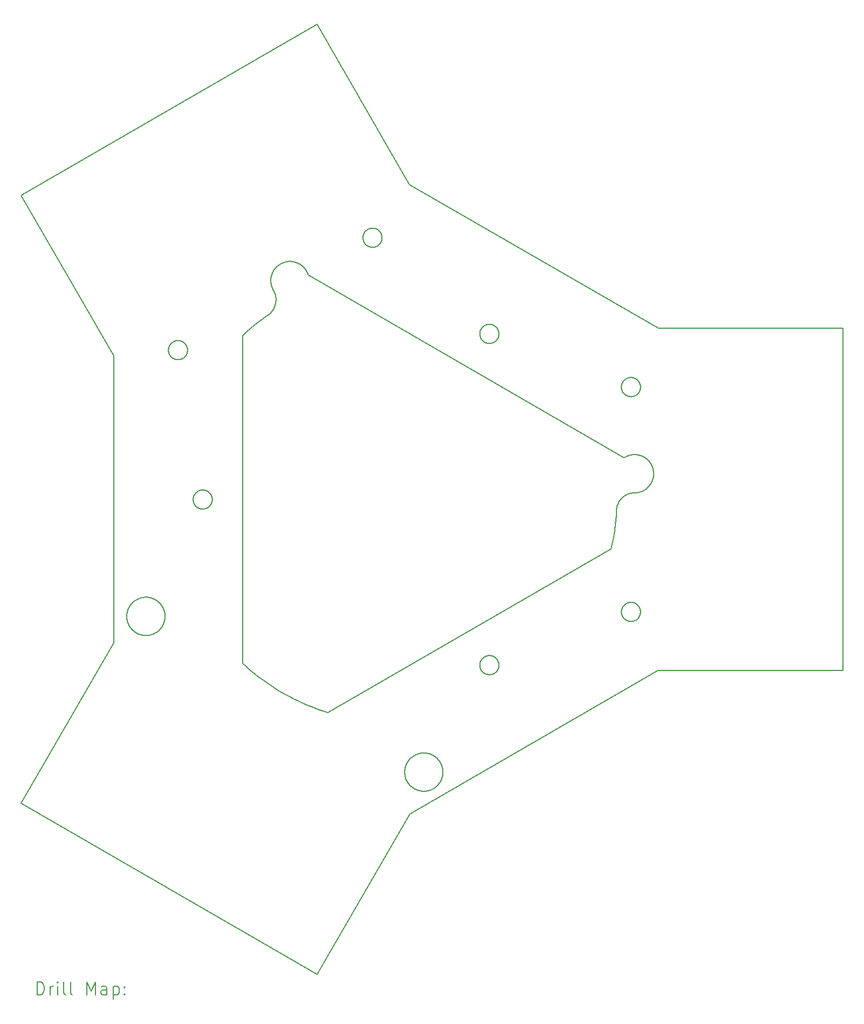
<source format=gbr>
%TF.GenerationSoftware,KiCad,Pcbnew,7.0.11-7.0.11~ubuntu22.04.1*%
%TF.CreationDate,2024-08-15T15:16:46+02:00*%
%TF.ProjectId,MotorDriver-Elec,4d6f746f-7244-4726-9976-65722d456c65,rev?*%
%TF.SameCoordinates,Original*%
%TF.FileFunction,Drillmap*%
%TF.FilePolarity,Positive*%
%FSLAX45Y45*%
G04 Gerber Fmt 4.5, Leading zero omitted, Abs format (unit mm)*
G04 Created by KiCad (PCBNEW 7.0.11-7.0.11~ubuntu22.04.1) date 2024-08-15 15:16:46*
%MOMM*%
%LPD*%
G01*
G04 APERTURE LIST*
%ADD10C,0.149999*%
%ADD11C,0.200000*%
G04 APERTURE END LIST*
D10*
X8599383Y-13508226D02*
X8592285Y-13506263D01*
X6663096Y-5920300D02*
X6659015Y-5914247D01*
X6103340Y-6601096D02*
X6108524Y-6595854D01*
X11541267Y-9671811D02*
X11540724Y-9678675D01*
X7710124Y-5563630D02*
X7714219Y-5563611D01*
X5171721Y-9598432D02*
X5173785Y-9594895D01*
X9410763Y-6852839D02*
X9408951Y-6856523D01*
X5055846Y-9369790D02*
X5051770Y-9369505D01*
X11700700Y-7890878D02*
X11704403Y-7892651D01*
X11654434Y-11183320D02*
X11651768Y-11186424D01*
X8666797Y-13537446D02*
X8660396Y-13533810D01*
X11854907Y-11160454D02*
X11851541Y-11158096D01*
X6280870Y-5817572D02*
X6274278Y-5820888D01*
X5043568Y-9369352D02*
X5039472Y-9369370D01*
X9603379Y-6783377D02*
X9599607Y-6781839D01*
X7809774Y-5302160D02*
X7806725Y-5299520D01*
X11831380Y-11417765D02*
X11835048Y-11415939D01*
X9503144Y-6777016D02*
X9499183Y-6778130D01*
X11796471Y-7903630D02*
X11800437Y-7902709D01*
X11703164Y-11146583D02*
X11699460Y-11148330D01*
X4549789Y-7282372D02*
X4552690Y-7285194D01*
X5194271Y-9516587D02*
X5194063Y-9512502D01*
X7836130Y-5333382D02*
X7833908Y-5329973D01*
X4895263Y-9501609D02*
X4894861Y-9505653D01*
X9694139Y-12122891D02*
X9694268Y-12118711D01*
X5119239Y-9649264D02*
X5122790Y-9647115D01*
X6137309Y-6203918D02*
X6140289Y-6210604D01*
X4509308Y-7207685D02*
X4510272Y-7211723D01*
X6480623Y-5794240D02*
X6473476Y-5792697D01*
X6214183Y-5862427D02*
X6208713Y-5867346D01*
X4422148Y-11222657D02*
X4418947Y-11216097D01*
X4806049Y-7177925D02*
X4806030Y-7173828D01*
X4963388Y-9645682D02*
X4966895Y-9647862D01*
X9394547Y-6911669D02*
X9394361Y-6915785D01*
X7632064Y-5542217D02*
X7635602Y-5544282D01*
X11867653Y-7645006D02*
X11864562Y-7642293D01*
X6192083Y-6354331D02*
X6191190Y-6347027D01*
X11914803Y-11255019D02*
X11914000Y-11250986D01*
X8568372Y-14091209D02*
X8575571Y-14089791D01*
X11915032Y-7782288D02*
X11915667Y-7778206D01*
X8259882Y-13637659D02*
X8256088Y-13643956D01*
X9679004Y-12051463D02*
X9677150Y-12047743D01*
X8299060Y-14004729D02*
X8304302Y-14009915D01*
X11619495Y-7730599D02*
X11618859Y-7734681D01*
X8762700Y-13627355D02*
X8758504Y-13621272D01*
X6678183Y-5945415D02*
X6674615Y-5939066D01*
X9492690Y-12258263D02*
X9496603Y-12259621D01*
X11555968Y-9605154D02*
X11553760Y-9611610D01*
X11673144Y-7873255D02*
X11676375Y-7875788D01*
X9659729Y-12213149D02*
X9662339Y-12209882D01*
X11620280Y-7726626D02*
X11619495Y-7730599D01*
X5044956Y-9669274D02*
X5049051Y-9669256D01*
X11617279Y-7759155D02*
X11617420Y-7763277D01*
X9641550Y-12003185D02*
X9638399Y-12000606D01*
X11629156Y-7814964D02*
X11630799Y-7818709D01*
X5049051Y-9669256D02*
X5053135Y-9669049D01*
X4002060Y-11093297D02*
X3995765Y-11097127D01*
X7574709Y-5479621D02*
X7576521Y-5483268D01*
X9689442Y-12155226D02*
X9690381Y-12151263D01*
X8769439Y-13954495D02*
X8773234Y-13948199D01*
X11879206Y-7656618D02*
X11876446Y-7653616D01*
X11774775Y-7606632D02*
X11770668Y-7606462D01*
X11905370Y-7697922D02*
X11903727Y-7694178D01*
X11644329Y-7670507D02*
X11642021Y-7673893D01*
X4926162Y-9426773D02*
X4923740Y-9430028D01*
X7561212Y-5436770D02*
X7561913Y-5440862D01*
X4943831Y-9630774D02*
X4946952Y-9633468D01*
X11814932Y-7614244D02*
X11811018Y-7612985D01*
X7847541Y-5355145D02*
X7845891Y-5351405D01*
X4509058Y-7146629D02*
X4508277Y-7150696D01*
X7718303Y-5563404D02*
X7722420Y-5563082D01*
X8224861Y-13718395D02*
X8223013Y-13725523D01*
X4794145Y-7118023D02*
X4792554Y-7114250D01*
X9694149Y-6926695D02*
X9694254Y-6922626D01*
X11762141Y-8822102D02*
X11754999Y-8823684D01*
X7571304Y-5472199D02*
X7572971Y-5475933D01*
X9577433Y-7067502D02*
X9581428Y-7066565D01*
X9651515Y-12222291D02*
X9654368Y-12219275D01*
X4800922Y-7137380D02*
X4799738Y-7133467D01*
X9403193Y-12168273D02*
X9404596Y-12172058D01*
X8314996Y-14019970D02*
X8320520Y-14024798D01*
X7856933Y-5386482D02*
X7856129Y-5382449D01*
X11630790Y-11344400D02*
X11632571Y-11348162D01*
X11739417Y-7903818D02*
X11743492Y-7904594D01*
X4561977Y-7293322D02*
X4565160Y-7295786D01*
X4506821Y-7191523D02*
X4507290Y-7195553D01*
X11706264Y-8839502D02*
X11699578Y-8842483D01*
X9622777Y-7049047D02*
X9626234Y-7046855D01*
X6189932Y-6434763D02*
X6191012Y-6427492D01*
X4538886Y-7270090D02*
X4541431Y-7273313D01*
X15097011Y-6837077D02*
X15097000Y-12204500D01*
X11668954Y-7643190D02*
X11665901Y-7645930D01*
X9535408Y-11967679D02*
X9531293Y-11968002D01*
X4789586Y-7244915D02*
X4791376Y-7241242D01*
X9416823Y-12038296D02*
X9414717Y-12041760D01*
X3878819Y-11476906D02*
X3881914Y-11483624D01*
X8793710Y-13685806D02*
X8790833Y-13678961D01*
X9599607Y-6781839D02*
X9595762Y-6780345D01*
X11763858Y-7906425D02*
X11767974Y-7906493D01*
X6117158Y-6133624D02*
X6118387Y-6140834D01*
X8570788Y-13501370D02*
X8563503Y-13500100D01*
X7565397Y-5371883D02*
X7564270Y-5375858D01*
X11838674Y-11414042D02*
X11842265Y-11412066D01*
X6114009Y-6067888D02*
X6113653Y-6075230D01*
X9407779Y-12179605D02*
X9409561Y-12183367D01*
X9600870Y-12256321D02*
X9604644Y-12254729D01*
X11663904Y-11390882D02*
X11666906Y-11393646D01*
X5064052Y-9370625D02*
X5059964Y-9370149D01*
X8814530Y-13786215D02*
X8814203Y-13778876D01*
X9690056Y-6886041D02*
X9689069Y-6882114D01*
X6188920Y-6332596D02*
X6187502Y-6325398D01*
X8585200Y-13504488D02*
X8577967Y-13502797D01*
X6193225Y-6405585D02*
X6193581Y-6398243D01*
X3983346Y-11105080D02*
X3977306Y-11109349D01*
X12001046Y-9357377D02*
X12006879Y-9352934D01*
X4634929Y-7028009D02*
X4630908Y-7028666D01*
X11681900Y-11158859D02*
X11678535Y-11161193D01*
X6249035Y-5835756D02*
X6242984Y-5839836D01*
X5087998Y-9375864D02*
X5084096Y-9374695D01*
X9581428Y-7066565D02*
X9585367Y-7065464D01*
X11855982Y-7877385D02*
X11859247Y-7874913D01*
X3954314Y-11127609D02*
X3948771Y-11132570D01*
X6115330Y-6053244D02*
X6114596Y-6060609D01*
X11673476Y-8855794D02*
X11667168Y-8859534D01*
X4936956Y-9414480D02*
X4934175Y-9417453D01*
X4103209Y-11649154D02*
X4110481Y-11650235D01*
X11772040Y-11432080D02*
X11776124Y-11431873D01*
X6466338Y-5791343D02*
X6459098Y-5790146D01*
X6177362Y-6484451D02*
X6179673Y-6477446D01*
X6193630Y-6376315D02*
X6193304Y-6368976D01*
X11663877Y-7865114D02*
X11666915Y-7867954D01*
X9693507Y-6906242D02*
X9693059Y-6902199D01*
X11619756Y-7783632D02*
X11620560Y-7787665D01*
X8784756Y-13665557D02*
X8781555Y-13658996D01*
X11742118Y-7608574D02*
X11738097Y-7609331D01*
X9608377Y-7056871D02*
X9612046Y-7055046D01*
X8429896Y-14083855D02*
X8436993Y-14085819D01*
X11703180Y-7620887D02*
X11699469Y-7622638D01*
X3928102Y-11153497D02*
X3923316Y-11159094D01*
X9436987Y-6816385D02*
X9434177Y-6819375D01*
X7645301Y-5278040D02*
X7641634Y-5279867D01*
X12042697Y-8911477D02*
X12037644Y-8906181D01*
X7738593Y-5560784D02*
X7742600Y-5559935D01*
X9691758Y-6894053D02*
X9690954Y-6890021D01*
X8638448Y-14069327D02*
X8645123Y-14066157D01*
X4803612Y-7149318D02*
X4802763Y-7145311D01*
X5926730Y-6732587D02*
X5994641Y-6682234D01*
X8254838Y-13946085D02*
X8258594Y-13952422D01*
X11913067Y-7721244D02*
X11912080Y-7717316D01*
X11813006Y-8816003D02*
X11805674Y-8816325D01*
X9551764Y-6771432D02*
X9547658Y-6771260D01*
X7560627Y-5432708D02*
X7561212Y-5436770D01*
X7693727Y-5562831D02*
X7697845Y-5563191D01*
X9547684Y-11967436D02*
X9543546Y-11967381D01*
X4774120Y-7269096D02*
X4776616Y-7265798D01*
X11807079Y-7611836D02*
X11803118Y-7610799D01*
X11906919Y-7701721D02*
X11905370Y-7697922D01*
X11823902Y-11421104D02*
X11827676Y-11419512D01*
X12110924Y-9031344D02*
X12108791Y-9024363D01*
X11976617Y-9373536D02*
X11982875Y-9369727D01*
X4624227Y-7323080D02*
X4628222Y-7323902D01*
X11747882Y-8825446D02*
X11740821Y-8827373D01*
X11803118Y-7610799D02*
X11799125Y-7609878D01*
X4451079Y-11328647D02*
X4450375Y-11321331D01*
X11917238Y-11279423D02*
X11917133Y-11275378D01*
X4506162Y-7171079D02*
X4506066Y-7175144D01*
X11621147Y-7722607D02*
X11620280Y-7726626D01*
X4408117Y-11196832D02*
X4404215Y-11190579D01*
X6140289Y-6210604D02*
X6143344Y-6217249D01*
X6231134Y-5848437D02*
X6225337Y-5852958D01*
X9398142Y-12083494D02*
X9397246Y-12087530D01*
X3852294Y-11340881D02*
X3852128Y-11348211D01*
X9450125Y-12234151D02*
X9453348Y-12236689D01*
X9400201Y-6879467D02*
X9399110Y-6883420D01*
X4931437Y-9420501D02*
X4928742Y-9423620D01*
X4760388Y-7284258D02*
X4763327Y-7281389D01*
X4543270Y-7077701D02*
X4540573Y-7080821D01*
X8279711Y-13982563D02*
X8284306Y-13988318D01*
X4234457Y-11641617D02*
X4241463Y-11639528D01*
X6114004Y-6104455D02*
X6114520Y-6111783D01*
X8238445Y-13913120D02*
X8241353Y-13919849D01*
X9681313Y-12178397D02*
X9682871Y-12174662D01*
X7584953Y-5497365D02*
X7587279Y-5500715D01*
X4896519Y-9493454D02*
X4895854Y-9497552D01*
X11862446Y-11398068D02*
X11865599Y-11395466D01*
X11688746Y-7628635D02*
X11685281Y-7630829D01*
X9439910Y-6813524D02*
X9436987Y-6816385D01*
X9511069Y-11971075D02*
X9507074Y-11972111D01*
X4949035Y-9403399D02*
X4945971Y-9406049D01*
X9427075Y-12210992D02*
X9429694Y-12214174D01*
X11658105Y-11385040D02*
X11660960Y-11387986D01*
X4179030Y-11054377D02*
X4171676Y-11053833D01*
X11826390Y-7618578D02*
X11822618Y-7617041D01*
X4340521Y-11119714D02*
X4334673Y-11115172D01*
X4618885Y-7031209D02*
X4614931Y-7032318D01*
X7646559Y-5549883D02*
X7650336Y-5551514D01*
X11768670Y-9421150D02*
X11761945Y-9422490D01*
X11632538Y-7822398D02*
X11634422Y-7826101D01*
X4445782Y-11292209D02*
X4444247Y-11284980D01*
X3865717Y-11442530D02*
X3868038Y-11449598D01*
X11896136Y-7679692D02*
X11894009Y-7676228D01*
X4055646Y-11069105D02*
X4048737Y-11071530D01*
X11876446Y-7653616D02*
X11873599Y-7650665D01*
X11845771Y-11409944D02*
X11849235Y-11407748D01*
X11823080Y-9415839D02*
X11816260Y-9415964D01*
X11944094Y-9390356D02*
X11950754Y-9387295D01*
X3981369Y-11599834D02*
X3987457Y-11603945D01*
X4060252Y-11638760D02*
X4067361Y-11640912D01*
X11617356Y-11276682D02*
X11617287Y-11280828D01*
X11665893Y-11171621D02*
X11662904Y-11174421D01*
X8812982Y-13764231D02*
X8812089Y-13756926D01*
X11849628Y-8817052D02*
X11842319Y-8816482D01*
X9619218Y-12247292D02*
X9622811Y-12245217D01*
X11762470Y-7606503D02*
X11758393Y-7606706D01*
X7729191Y-5264998D02*
X7725118Y-5264514D01*
X4614931Y-7032318D02*
X4610977Y-7033429D01*
X9679561Y-6985956D02*
X9681271Y-6982230D01*
X7560158Y-5428679D02*
X7560627Y-5432708D01*
X11630235Y-11221146D02*
X11628618Y-11224914D01*
X11782946Y-11132978D02*
X11778857Y-11132602D01*
X5180721Y-9457049D02*
X5178983Y-9453361D01*
X11916502Y-11267140D02*
X11916054Y-11263096D01*
X7758352Y-5555436D02*
X7762231Y-5554076D01*
X6163272Y-6518297D02*
X6166404Y-6511698D01*
X4517967Y-7235044D02*
X4519634Y-7238777D01*
X11823868Y-7895339D02*
X11827642Y-7893747D01*
X9499183Y-6778130D02*
X9495326Y-6779477D01*
X4660883Y-7326456D02*
X4664968Y-7326248D01*
X3965582Y-11118170D02*
X3959869Y-11122838D01*
X4451412Y-11372743D02*
X4451768Y-11365401D01*
X4771539Y-7272246D02*
X4774120Y-7269096D01*
X4519634Y-7238777D02*
X4521372Y-7242466D01*
X4284746Y-11084068D02*
X4278147Y-11080937D01*
X5162361Y-9611854D02*
X5164784Y-9608598D01*
X7689640Y-5562357D02*
X7693727Y-5562831D01*
X7779653Y-5281128D02*
X7775989Y-5279236D01*
X8332040Y-14034082D02*
X8337919Y-14038508D01*
X11656622Y-9470003D02*
X11651115Y-9474061D01*
X9500497Y-7064702D02*
X9504436Y-7065849D01*
X4377636Y-11155381D02*
X4372676Y-11149838D01*
X3881914Y-11483624D02*
X3885231Y-11490215D01*
X4803088Y-7206324D02*
X4803836Y-7202372D01*
X4535500Y-7087271D02*
X4533119Y-7090600D01*
X9406114Y-12175873D02*
X9407779Y-12179605D01*
X12122941Y-9125495D02*
X12123093Y-9118172D01*
X8304302Y-14009915D02*
X8309575Y-14014985D01*
X11842274Y-7886375D02*
X11845780Y-7884253D01*
X11914289Y-7786334D02*
X11915032Y-7782288D01*
X11909753Y-9403046D02*
X11916754Y-9400863D01*
X9636236Y-7039712D02*
X9639452Y-7037171D01*
X8703056Y-13562656D02*
X8697281Y-13558073D01*
X4966895Y-9647862D02*
X4970433Y-9649926D01*
X11900759Y-7824843D02*
X11902571Y-7821157D01*
X12021714Y-8891035D02*
X12016153Y-8886229D01*
X9553156Y-12267151D02*
X9557197Y-12266870D01*
X11512339Y-9990801D02*
X11501180Y-10066656D01*
X8236572Y-13683477D02*
X8233915Y-13690388D01*
X4028265Y-11079928D02*
X4021547Y-11083024D01*
X5187980Y-9476225D02*
X5186682Y-9472282D01*
X4322809Y-11106478D02*
X4316721Y-11102366D01*
X9544977Y-12267376D02*
X9549030Y-12267285D01*
X9531293Y-11968002D02*
X9527220Y-11968399D01*
X5085351Y-9663549D02*
X5089305Y-9662439D01*
X11812332Y-7899555D02*
X11816231Y-7898282D01*
X11874133Y-9411489D02*
X11881337Y-9410165D01*
X7620715Y-5292724D02*
X7617443Y-5295201D01*
X6378742Y-5788635D02*
X6371479Y-5789601D01*
X9412695Y-12045371D02*
X9410790Y-12049014D01*
X4736893Y-7050185D02*
X4733386Y-7048006D01*
X8604071Y-14082429D02*
X8611065Y-14080150D01*
X9658872Y-12020657D02*
X9656179Y-12017518D01*
X12121865Y-9088868D02*
X12121116Y-9081576D01*
X11624833Y-7803481D02*
X11626147Y-7807316D01*
X3943458Y-11137592D02*
X3938230Y-11142761D01*
X11948266Y-8843203D02*
X11941571Y-8840226D01*
X4804501Y-7198274D02*
X4805019Y-7194259D01*
X9428763Y-12021722D02*
X9426183Y-12024875D01*
X7721036Y-5264133D02*
X7716938Y-5263859D01*
X4644435Y-7326078D02*
X4648585Y-7326321D01*
X11778857Y-11132602D02*
X11774759Y-11132329D01*
X9645656Y-7031829D02*
X9648601Y-7028956D01*
X11615691Y-9506246D02*
X11611111Y-9511335D01*
X5053135Y-9669049D02*
X5057176Y-9668768D01*
X4582265Y-7307126D02*
X4585834Y-7309074D01*
X11957377Y-9384154D02*
X11963882Y-9380790D01*
X4647220Y-7026776D02*
X4643104Y-7027100D01*
X9399080Y-12079531D02*
X9398142Y-12083494D01*
X8247839Y-13933115D02*
X8251228Y-13939664D01*
X4952259Y-9400853D02*
X4949035Y-9403399D01*
X11617420Y-7763277D02*
X11617649Y-7767349D01*
X4757408Y-7287055D02*
X4760388Y-7284258D01*
X7741288Y-5267105D02*
X7737279Y-5266291D01*
X11685272Y-11156521D02*
X11681900Y-11158859D01*
X9402698Y-6871670D02*
X9401392Y-6875552D01*
X5061324Y-9668330D02*
X5065354Y-9667861D01*
X8487683Y-14094877D02*
X8495037Y-14095422D01*
X4527218Y-7253266D02*
X4529323Y-7256743D01*
X4548788Y-7071680D02*
X4546007Y-7074653D01*
X4053321Y-11636407D02*
X4060252Y-11638760D01*
X4775772Y-7086200D02*
X4773301Y-7082935D01*
X4911352Y-9588911D02*
X4913353Y-9592546D01*
X7642885Y-5548091D02*
X7646559Y-5549883D01*
X9612094Y-12251209D02*
X9615698Y-12249324D01*
X4142248Y-11053323D02*
X4134908Y-11053651D01*
X8235685Y-13906307D02*
X8238445Y-13913120D01*
X11912080Y-7717316D02*
X11910948Y-7713374D01*
X7857831Y-5435433D02*
X7858384Y-5431398D01*
X9557207Y-7070674D02*
X9561296Y-7070270D01*
X4897267Y-9489501D02*
X4896519Y-9493454D01*
X4628222Y-7323902D02*
X4632248Y-7324609D01*
X6371479Y-5789601D02*
X6364228Y-5790756D01*
X9576114Y-6774676D02*
X9572105Y-6773863D01*
X5151494Y-9624188D02*
X5154347Y-9621172D01*
X11783798Y-8818397D02*
X11776548Y-8819455D01*
X8230530Y-13892467D02*
X8232997Y-13899450D01*
X6451826Y-5789065D02*
X6444534Y-5788288D01*
X11842265Y-11412066D02*
X11845771Y-11409944D01*
X4768918Y-7275326D02*
X4771539Y-7272246D01*
X8613422Y-13512732D02*
X8606418Y-13510421D01*
X8214823Y-13805824D02*
X8215191Y-13813237D01*
X4395896Y-11178371D02*
X4391522Y-11172490D01*
X11575567Y-9561478D02*
X11572343Y-9567544D01*
X11961446Y-8849673D02*
X11954880Y-8846326D01*
X8215877Y-13769043D02*
X8215258Y-13776439D01*
X11754999Y-8823684D02*
X11747882Y-8825446D01*
X9638372Y-6804431D02*
X9635147Y-6801892D01*
X6193304Y-6368976D02*
X6192788Y-6361647D01*
X4205765Y-11648310D02*
X4212963Y-11646890D01*
X4513632Y-7223470D02*
X4514930Y-7227413D01*
X6157899Y-5929531D02*
X6154105Y-5935830D01*
X4404215Y-11190579D02*
X4400092Y-11184455D01*
X5185352Y-9468455D02*
X5183906Y-9464597D01*
X8781555Y-13658996D02*
X8778092Y-13652490D01*
X11649215Y-11189657D02*
X11646749Y-11192939D01*
X4655400Y-7026551D02*
X4651303Y-7026569D01*
X9691800Y-12090220D02*
X9690953Y-12086212D01*
X11998809Y-8872681D02*
X11992838Y-8868503D01*
X11885336Y-7848998D02*
X11887810Y-7845713D01*
X9644597Y-12005923D02*
X9641550Y-12003185D01*
X9401377Y-12071655D02*
X9400207Y-12075556D01*
X9396038Y-6944342D02*
X9396746Y-6948430D01*
X4919023Y-9436759D02*
X4916802Y-9440194D01*
X12116345Y-9052655D02*
X12114744Y-9045563D01*
X5994641Y-6682234D02*
X6063715Y-6633554D01*
X11659997Y-7651586D02*
X11657181Y-7654582D01*
X9671011Y-12037111D02*
X9668759Y-12033719D01*
X8685418Y-13549378D02*
X8679329Y-13545267D01*
X11672071Y-7640511D02*
X11668954Y-7643190D01*
X9398449Y-6956442D02*
X9399442Y-6960365D01*
X3888694Y-11496721D02*
X3892230Y-11503185D01*
X11903727Y-7694178D02*
X11901988Y-7690489D01*
X9633020Y-12238346D02*
X9636285Y-12235874D01*
X4593223Y-7312727D02*
X4596927Y-7314401D01*
X11501180Y-10066656D02*
X11488385Y-10142283D01*
X9561345Y-12266432D02*
X9565332Y-12265889D01*
X4691923Y-7030884D02*
X4687960Y-7029945D01*
X6667145Y-5926466D02*
X6663096Y-5920300D01*
X7725118Y-5264514D02*
X7721036Y-5264133D01*
X4316721Y-11102366D02*
X4310486Y-11098340D01*
X5167162Y-9605268D02*
X5169500Y-9601866D01*
X11775400Y-9419904D02*
X11768670Y-9421150D01*
X8270775Y-13970809D02*
X8275148Y-13976692D01*
X11848087Y-11155788D02*
X11844637Y-11153673D01*
X8217544Y-13754491D02*
X8216653Y-13761751D01*
X12044532Y-9318193D02*
X12049416Y-9312734D01*
X5132999Y-9640244D02*
X5136264Y-9637772D01*
X11885807Y-8822464D02*
X11878628Y-8821035D01*
X4900543Y-9562400D02*
X4901842Y-9566343D01*
X8766823Y-13633480D02*
X8762700Y-13627355D01*
X7614234Y-5297738D02*
X7611117Y-5300417D01*
X11650037Y-7850032D02*
X11652648Y-7853217D01*
X12096642Y-9238931D02*
X12099586Y-9232246D01*
X3908241Y-11527866D02*
X3912583Y-11533865D01*
X11812323Y-11425246D02*
X11816223Y-11423974D01*
X11553760Y-9611610D02*
X11551733Y-9618157D01*
X6137710Y-5968562D02*
X6134895Y-5975370D01*
X5015100Y-9372198D02*
X5011091Y-9373045D01*
X11950754Y-9387295D02*
X11957377Y-9384154D01*
X11617260Y-7755059D02*
X11617279Y-7759155D01*
X6693422Y-5978754D02*
X6690661Y-5971939D01*
X7581970Y-5334548D02*
X7579907Y-5338086D01*
X9669494Y-7003793D02*
X9671715Y-7000360D01*
X9449057Y-12001500D02*
X9445949Y-12004078D01*
X11907451Y-7809933D02*
X11908816Y-7806015D01*
X6615465Y-5864895D02*
X6610014Y-5860025D01*
X6274278Y-5820888D02*
X6267887Y-5824382D01*
X9495326Y-6779477D02*
X9491454Y-6780832D01*
X11699578Y-8842483D02*
X11692919Y-8845546D01*
X3977306Y-11109349D02*
X3971380Y-11113651D01*
X8215258Y-13776439D02*
X8214902Y-13783781D01*
X4156961Y-11053237D02*
X4149598Y-11053185D01*
X11841066Y-7625845D02*
X11837490Y-7623901D01*
X6698621Y-12750254D02*
X6623201Y-12717835D01*
X4514930Y-7227413D02*
X4516449Y-7231229D01*
X11762503Y-11132268D02*
X11758377Y-11132401D01*
X5192669Y-9541073D02*
X5193187Y-9537059D01*
X6165889Y-5917293D02*
X6161779Y-5923382D01*
X8275148Y-13976692D02*
X8279711Y-13982563D01*
X11750254Y-11133181D02*
X11746178Y-11133675D01*
X5790955Y-12197516D02*
X5728829Y-12143929D01*
X4915385Y-9596067D02*
X4917533Y-9599617D01*
X7766033Y-5552567D02*
X7769813Y-5550969D01*
X3912583Y-11533865D02*
X3917104Y-11539662D01*
X4905600Y-9462107D02*
X4904084Y-9465916D01*
X11791076Y-7608366D02*
X11787027Y-7607771D01*
X6287430Y-5814371D02*
X6280870Y-5817572D01*
X4424309Y-11479214D02*
X4427356Y-11472469D01*
X6177830Y-6290019D02*
X6175404Y-6283109D01*
X7592222Y-5507246D02*
X7594840Y-5510427D01*
X9409534Y-6987192D02*
X9411368Y-6990825D01*
X7826652Y-5320082D02*
X7824041Y-5316897D01*
X11666906Y-11393646D02*
X11669997Y-11396358D01*
X11700692Y-11416569D02*
X11704387Y-11418347D01*
X6193748Y-6390912D02*
X6193841Y-6383623D01*
X9408958Y-12052613D02*
X9407210Y-12056359D01*
X11686423Y-7882795D02*
X11689923Y-7884978D01*
X11627118Y-7703028D02*
X11625710Y-7706871D01*
X11711908Y-7895846D02*
X11715761Y-7897337D01*
X8754130Y-13615390D02*
X8749683Y-13609549D01*
X11884473Y-11188551D02*
X11881904Y-11185440D01*
X11618016Y-7771438D02*
X11618506Y-7775556D01*
X7840339Y-5340435D02*
X7838307Y-5336916D01*
X9512390Y-7067807D02*
X9516406Y-7068617D01*
X4449168Y-11394764D02*
X4450133Y-11387462D01*
X8276671Y-13613399D02*
X8272245Y-13619279D01*
X4074385Y-11642918D02*
X4081587Y-11644724D01*
X3863627Y-11435524D02*
X3865717Y-11442530D01*
X11540724Y-9678675D02*
X11540290Y-9685476D01*
X5114448Y-9386794D02*
X5110805Y-9384889D01*
X7680261Y-5266559D02*
X7676252Y-5267404D01*
X8444121Y-14087667D02*
X8451312Y-14089283D01*
X4015030Y-11086299D02*
X4008524Y-11089761D01*
X5069374Y-9667202D02*
X5073423Y-9666427D01*
X5190932Y-9488110D02*
X5190083Y-9484102D01*
X4894989Y-9534323D02*
X4895458Y-9538353D01*
X11923656Y-9398441D02*
X11930546Y-9395930D01*
X4924509Y-9609667D02*
X4927053Y-9612890D01*
X9693555Y-12102405D02*
X9693044Y-12098301D01*
X5148630Y-9627016D02*
X5151494Y-9624188D01*
X3917104Y-11539662D02*
X3921770Y-11545376D01*
X8232997Y-13899450D02*
X8235685Y-13906307D01*
X8805102Y-13720778D02*
X8803159Y-13713688D01*
X4942832Y-9408740D02*
X4939894Y-9411610D01*
X4169269Y-11652662D02*
X4176598Y-11652146D01*
X7668318Y-5269444D02*
X7664357Y-5270559D01*
X5115678Y-9651221D02*
X5119239Y-9649264D01*
X7730523Y-5562216D02*
X7734541Y-5561557D01*
X8402117Y-14074181D02*
X8409030Y-14076839D01*
X4652692Y-7326492D02*
X4656714Y-7326517D01*
X9395005Y-6936238D02*
X9395452Y-6940280D01*
X9399110Y-6883420D02*
X9398135Y-6887405D01*
X4958832Y-9395983D02*
X4955525Y-9398381D01*
X5169500Y-9601866D02*
X5171721Y-9598432D01*
X6123360Y-6010087D02*
X6121628Y-6017247D01*
X8244523Y-13926524D02*
X8247839Y-13933115D01*
X9673806Y-12192997D02*
X9675827Y-12189386D01*
X4955525Y-9398381D02*
X4952259Y-9400853D01*
X9561296Y-7070270D02*
X9565370Y-7069775D01*
X11862456Y-7872376D02*
X11865615Y-7869771D01*
X8634010Y-13520789D02*
X8627203Y-13517974D01*
X4346150Y-11124384D02*
X4340521Y-11119714D01*
X11714492Y-11141803D02*
X11710649Y-11143239D01*
X9687147Y-12163102D02*
X9688316Y-12159200D01*
X7797044Y-5291912D02*
X7793679Y-5289554D01*
X5168738Y-9435617D02*
X5166413Y-9432266D01*
X6842047Y-16969033D02*
X8292576Y-14456626D01*
X5667832Y-12088909D02*
X5667864Y-6949698D01*
X7635602Y-5544282D02*
X7639170Y-5546229D01*
X8728555Y-14006451D02*
X8733584Y-14001104D01*
X11548149Y-9631372D02*
X11546599Y-9638034D01*
X4526497Y-7100974D02*
X4524507Y-7104468D01*
X8808390Y-13735109D02*
X8806782Y-13727923D01*
X11723534Y-11425672D02*
X11727473Y-11426819D01*
X5076127Y-9372745D02*
X5072133Y-9371923D01*
X11758393Y-7606706D02*
X11754307Y-7607011D01*
X11566298Y-9579833D02*
X11563477Y-9586056D01*
X9429645Y-7018011D02*
X9432309Y-7021068D01*
X9401820Y-12164372D02*
X9403193Y-12168273D01*
X9680716Y-6858976D02*
X9678977Y-6855288D01*
X6842047Y-16969033D02*
X2193753Y-14285311D01*
X8517115Y-14096069D02*
X8524466Y-14095930D01*
X4903172Y-9570170D02*
X4904617Y-9574029D01*
X7733241Y-5265594D02*
X7729191Y-5264998D01*
X9452238Y-11998882D02*
X9449057Y-12001500D01*
X9495295Y-11975588D02*
X9491437Y-11977032D01*
X4415483Y-11209590D02*
X4411874Y-11203169D01*
X9693059Y-6902199D02*
X9692474Y-6898137D01*
X8453708Y-13502291D02*
X8446522Y-13503898D01*
X9465753Y-11989612D02*
X9462319Y-11991791D01*
X9685373Y-12066557D02*
X9683926Y-12062699D01*
X8708758Y-13567284D02*
X8703056Y-13562656D01*
X9677150Y-12047743D02*
X9675191Y-12044182D01*
X6081405Y-6620508D02*
X6087001Y-6615809D01*
X4032776Y-11628423D02*
X4039510Y-11631281D01*
X6645672Y-5896726D02*
X6640975Y-5891129D01*
X8224292Y-13871334D02*
X8226162Y-13878466D01*
X11618851Y-11260372D02*
X11618339Y-11264481D01*
X8789890Y-13915412D02*
X8792780Y-13908562D01*
X4525186Y-7249747D02*
X4527218Y-7253266D01*
X4212963Y-11646890D02*
X4220191Y-11645357D01*
X8311378Y-13575470D02*
X8306066Y-13580492D01*
X8647353Y-13526968D02*
X8640713Y-13523764D01*
X12103984Y-9010519D02*
X12101347Y-9003731D01*
X7764782Y-5274268D02*
X7760936Y-5272773D01*
X11908372Y-7705575D02*
X11906919Y-7701721D01*
X11679860Y-8852206D02*
X11673476Y-8855794D01*
X8546522Y-14094342D02*
X8553828Y-14093448D01*
X7856409Y-5443488D02*
X7857202Y-5439510D01*
X4894251Y-9522039D02*
X4894385Y-9526166D01*
X5121627Y-9390764D02*
X5118090Y-9388701D01*
X8519568Y-13496137D02*
X8512206Y-13496086D01*
X9477690Y-7055677D02*
X9481392Y-7057450D01*
X11683012Y-7880560D02*
X11686423Y-7882795D01*
X11800470Y-11428472D02*
X11804423Y-11427461D01*
X11743476Y-11430290D02*
X11747533Y-11430880D01*
X6166404Y-6511698D02*
X6169378Y-6504995D01*
X9595760Y-11976537D02*
X9591919Y-11975135D01*
X11719911Y-8834165D02*
X11713056Y-8836754D01*
X7777220Y-5547475D02*
X7780854Y-5545574D01*
X11784299Y-7905475D02*
X11788381Y-7904976D01*
X11473882Y-10217528D02*
X11457787Y-10292519D01*
X11619084Y-7779621D02*
X11619756Y-7783632D01*
X9690381Y-12151263D02*
X9691276Y-12147226D01*
X9401392Y-6875552D02*
X9400201Y-6879467D01*
X6208713Y-5867346D02*
X6203443Y-5872442D01*
X9488924Y-12256820D02*
X9492690Y-12258263D01*
X8792780Y-13908562D02*
X8795406Y-13901766D01*
X7859324Y-5419123D02*
X7859429Y-5415055D01*
X7753188Y-5270207D02*
X7749243Y-5269064D01*
X9673132Y-6844486D02*
X9670955Y-6840952D01*
X9394595Y-12107832D02*
X9394310Y-12111907D01*
X11747541Y-7905189D02*
X11751614Y-7905673D01*
X11837490Y-7623901D02*
X11833826Y-7622008D01*
X9648601Y-7028956D02*
X9651525Y-7026094D01*
X4442495Y-11277878D02*
X4440552Y-11270788D01*
X4937956Y-9625171D02*
X4940857Y-9627993D01*
X4351675Y-11129210D02*
X4346150Y-11124384D01*
X11921083Y-8832306D02*
X11914115Y-8829974D01*
X4069721Y-11064694D02*
X4062642Y-11066826D01*
X4711452Y-7037109D02*
X4707570Y-7035635D01*
X8790833Y-13678961D02*
X8787926Y-13672232D01*
X9483872Y-6783938D02*
X9480127Y-6785612D01*
X11937372Y-9393259D02*
X11944094Y-9390356D01*
X9604644Y-12254729D02*
X9608332Y-12252990D01*
X11891769Y-11198513D02*
X11889410Y-11195086D01*
X9474032Y-7053779D02*
X9477690Y-7055677D01*
X8752681Y-13978640D02*
X8757034Y-13972803D01*
X8811006Y-13749631D02*
X8809808Y-13742307D01*
X11751605Y-11431364D02*
X11755686Y-11431745D01*
X6307670Y-5805911D02*
X6300888Y-5808556D01*
X4805896Y-7169703D02*
X4805690Y-7165618D01*
X7600255Y-5516587D02*
X7603126Y-5519527D01*
X8651757Y-14062914D02*
X8658263Y-14059451D01*
X3993650Y-11607898D02*
X3999946Y-11611693D01*
X9656179Y-12017518D02*
X9653384Y-12014537D01*
X9394406Y-12124268D02*
X9394687Y-12128309D01*
X6592877Y-5846260D02*
X6586967Y-5841949D01*
X9417549Y-7001531D02*
X9419779Y-7004936D01*
X8309575Y-14014985D02*
X8314996Y-14019970D01*
X4683892Y-7029165D02*
X4679868Y-7028459D01*
X11665901Y-7645930D02*
X11662914Y-7648730D01*
X11888515Y-9408661D02*
X11895609Y-9406911D01*
X3876823Y-11233842D02*
X3873965Y-11240577D01*
X5175848Y-9591356D02*
X5177754Y-9587715D01*
X9597055Y-12257840D02*
X9600870Y-12256321D01*
X4220191Y-11645357D02*
X4227367Y-11643560D01*
X6129435Y-6183338D02*
X6131933Y-6190206D01*
X11808404Y-11426434D02*
X11812323Y-11425246D01*
X9641551Y-6807092D02*
X9638372Y-6804431D01*
X9608332Y-12252990D02*
X9612094Y-12251209D01*
X8337919Y-14038508D02*
X8343903Y-14042777D01*
X9690376Y-6955075D02*
X9691235Y-6951059D01*
X6542806Y-5815923D02*
X6536176Y-5812907D01*
X9404597Y-6975965D02*
X9406144Y-6979764D01*
X9446953Y-7035392D02*
X9450140Y-7038049D01*
X5158851Y-9422554D02*
X5156202Y-9419489D01*
X3987457Y-11603945D02*
X3993650Y-11607898D01*
X11795734Y-9417158D02*
X11788953Y-9417945D01*
X11670006Y-7870667D02*
X11673144Y-7873255D01*
X12108791Y-9024363D02*
X12106461Y-9017399D01*
X4901398Y-9473625D02*
X4900228Y-9477527D01*
X11617411Y-11288969D02*
X11617683Y-11293114D01*
X6501904Y-5799943D02*
X6494837Y-5797862D01*
X11917161Y-7761897D02*
X11917266Y-7757828D01*
X9515078Y-11970227D02*
X9511069Y-11971075D01*
X4588282Y-7042720D02*
X4584678Y-7044605D01*
X11909729Y-7709484D02*
X11908372Y-7705575D01*
X11770695Y-11132231D02*
X11766579Y-11132163D01*
X4438419Y-11263708D02*
X4436141Y-11256714D01*
X8624948Y-14075068D02*
X8631719Y-14072234D01*
X4639032Y-7027496D02*
X4634929Y-7028009D01*
X4899101Y-9481502D02*
X4898163Y-9485465D01*
X15097000Y-12204500D02*
X12193386Y-12204493D01*
X11623613Y-7799589D02*
X11624833Y-7803481D01*
X8770726Y-13639732D02*
X8766823Y-13633480D01*
X9573444Y-12264529D02*
X9577452Y-12263682D01*
X4026031Y-11625375D02*
X4032776Y-11628423D01*
X5091941Y-9377106D02*
X5087998Y-9375864D01*
X11900054Y-8825871D02*
X11892961Y-8824101D01*
X5147665Y-9410633D02*
X5144619Y-9407893D01*
X4780571Y-7092817D02*
X4778246Y-7089467D01*
X8465817Y-14092054D02*
X8473089Y-14093136D01*
X4894385Y-9526166D02*
X4894666Y-9530207D01*
X11618339Y-11264481D02*
X11617900Y-11268547D01*
X9667183Y-12203370D02*
X9669521Y-12199968D01*
X6364228Y-5790756D02*
X6357018Y-5791986D01*
X5173785Y-9594895D02*
X5175848Y-9591356D01*
X8251228Y-13939664D02*
X8254838Y-13946085D01*
X9394416Y-6928072D02*
X9394646Y-6932142D01*
X5193948Y-9528896D02*
X5194119Y-9524788D01*
X5190360Y-9553160D02*
X5191255Y-9549124D01*
X6113603Y-6097158D02*
X6114004Y-6104455D01*
X4517432Y-7119308D02*
X4515916Y-7123117D01*
X9555862Y-6771704D02*
X9551764Y-6771432D01*
X12006879Y-9352934D02*
X12012605Y-9348357D01*
X6522635Y-5807232D02*
X6515766Y-5804649D01*
X9417511Y-12197646D02*
X9419806Y-12201111D01*
X9629648Y-7044590D02*
X9632971Y-7042184D01*
X8285924Y-13601995D02*
X8281182Y-13607666D01*
X11617287Y-11280828D02*
X11617304Y-11284923D01*
X9410790Y-12049014D02*
X9408958Y-12052613D01*
X6150468Y-5942230D02*
X6147063Y-5948694D01*
X6700508Y-5999493D02*
X6698347Y-5992530D01*
X6127199Y-6176416D02*
X6129435Y-6183338D01*
X4608414Y-7318719D02*
X4612284Y-7320003D01*
X9675165Y-6848006D02*
X9673132Y-6844486D01*
X8691401Y-13553646D02*
X8685418Y-13549378D01*
X5093206Y-9661067D02*
X5097032Y-9659738D01*
X4255440Y-11634782D02*
X4262339Y-11632168D01*
X11763849Y-11432117D02*
X11767965Y-11432184D01*
X5154347Y-9621172D02*
X5157085Y-9618125D01*
X11598057Y-9527181D02*
X11593972Y-9532668D01*
X4035026Y-11076905D02*
X4028265Y-11079928D01*
X11761945Y-9422490D02*
X11755297Y-9424080D01*
X12016153Y-8886229D02*
X12010488Y-8881581D01*
X9432309Y-7021068D02*
X9435110Y-7024143D01*
X11666915Y-7867954D02*
X11670006Y-7870667D01*
X11802583Y-9416626D02*
X11795734Y-9417158D01*
X8611065Y-14080150D02*
X8618048Y-14077683D01*
X6156503Y-6531296D02*
X6159983Y-6524791D01*
X7848063Y-5470891D02*
X7849572Y-5467086D01*
X4524507Y-7104468D02*
X4522601Y-7108110D01*
X9622811Y-12245217D02*
X9626246Y-12243039D01*
X5023169Y-9370766D02*
X5019076Y-9371466D01*
X11658114Y-7859348D02*
X11660969Y-7862295D01*
X7641634Y-5279867D02*
X7638008Y-5281764D01*
X6191190Y-6347027D02*
X6190149Y-6339806D01*
X11898854Y-7828485D02*
X11900759Y-7824843D01*
X11727473Y-11426819D02*
X11731442Y-11427852D01*
X11877371Y-11384074D02*
X11880110Y-11381027D01*
X4797600Y-7226112D02*
X4798958Y-7222199D01*
X4901842Y-9566343D02*
X4903172Y-9570170D01*
X11726139Y-11137913D02*
X11722220Y-11139100D01*
X4098340Y-11058045D02*
X4091100Y-11059390D01*
X4906136Y-9577845D02*
X4907801Y-9581576D01*
X9395010Y-12132425D02*
X9395479Y-12136456D01*
X7564270Y-5375858D02*
X7563332Y-5379821D01*
X11887794Y-11371408D02*
X11890230Y-11368144D01*
X8813687Y-13771547D02*
X8812982Y-13764231D01*
X11740821Y-8827373D02*
X11733801Y-8829471D01*
X9543546Y-11967381D02*
X9539492Y-11967473D01*
X5104623Y-9656627D02*
X5108353Y-9654961D01*
X11908849Y-11331780D02*
X11910157Y-11327897D01*
X11837473Y-11149597D02*
X11833859Y-11147773D01*
X9591921Y-6779042D02*
X9588014Y-6777779D01*
X9470449Y-7051840D02*
X9474032Y-7053779D01*
X4727510Y-7308423D02*
X4731072Y-7306464D01*
X11856008Y-11403154D02*
X11859281Y-11400677D01*
X9439872Y-12009639D02*
X9436976Y-12012582D01*
X8328191Y-13561071D02*
X8322477Y-13565739D01*
X3893479Y-11201056D02*
X3889843Y-11207458D01*
X9480127Y-6785612D02*
X9476458Y-6787437D01*
X9666391Y-12030295D02*
X9663993Y-12026987D01*
X12004718Y-8877091D02*
X11998809Y-8872681D01*
X11766595Y-7606467D02*
X11762470Y-7606503D01*
X11986736Y-8864401D02*
X11980571Y-8860530D01*
X3858788Y-11289813D02*
X3857360Y-11296993D01*
X11632571Y-11348162D02*
X11634406Y-11351796D01*
X8620365Y-13515274D02*
X8613422Y-13512732D01*
X12115336Y-9183461D02*
X12116936Y-9176377D01*
X11623195Y-11240364D02*
X11622105Y-11244317D01*
X8660396Y-13533810D02*
X8653891Y-13530331D01*
X5187126Y-9565000D02*
X5188295Y-9561098D01*
X4414262Y-11498897D02*
X4417741Y-11492391D01*
X11549894Y-9624792D02*
X11548149Y-9631372D01*
X7855230Y-5378471D02*
X7854244Y-5374543D01*
X4767991Y-7076616D02*
X4765194Y-7073635D01*
X6180108Y-6297015D02*
X6177830Y-6290019D01*
X6113653Y-6075230D02*
X6113486Y-6082561D01*
X8786917Y-13922115D02*
X8789890Y-13915412D01*
X4308413Y-11609184D02*
X4314665Y-11605281D01*
X11617683Y-11293114D02*
X11618042Y-11297208D01*
X8242404Y-13670041D02*
X8239431Y-13676743D01*
X6401923Y-12610075D02*
X6329915Y-12570699D01*
X7754433Y-5556723D02*
X7758352Y-5555436D01*
X4659495Y-7026533D02*
X4655400Y-7026551D01*
X4571861Y-7300619D02*
X4575221Y-7302883D01*
X8504855Y-13496223D02*
X8497517Y-13496550D01*
X11852643Y-11405488D02*
X11856008Y-11403154D01*
X4380788Y-11547260D02*
X4385531Y-11541588D01*
X8761376Y-13966776D02*
X8765487Y-13960688D01*
X11967887Y-8853090D02*
X11961446Y-8849673D01*
X4934175Y-9417453D02*
X4931437Y-9420501D01*
X11715761Y-7897337D02*
X11719636Y-7898716D01*
X8589975Y-14086461D02*
X8597065Y-14084517D01*
X7842268Y-5344013D02*
X7840339Y-5340435D01*
X8765487Y-13960688D02*
X8769439Y-13954495D01*
X11887810Y-7845713D02*
X11890196Y-7842379D01*
X8796324Y-13692705D02*
X8793710Y-13685806D01*
X11916063Y-7737405D02*
X11915485Y-7733340D01*
X6580909Y-5837722D02*
X6574790Y-5833727D01*
X11816231Y-7898282D02*
X11820068Y-7896849D01*
X9431416Y-12018530D02*
X9428763Y-12021722D01*
X9636285Y-12235874D02*
X9639435Y-12233372D01*
X4530856Y-7093959D02*
X4528633Y-7097393D01*
X12118300Y-9169137D02*
X12119503Y-9161892D01*
X11916754Y-9400863D02*
X11923656Y-9398441D01*
X11776133Y-7906181D02*
X11780219Y-7905875D01*
X6328569Y-5798928D02*
X6321489Y-5801060D01*
X12198441Y-6837033D02*
X15097011Y-6837077D01*
X11912438Y-11320029D02*
X11913413Y-11316045D01*
X6147063Y-5948694D02*
X6143816Y-5955260D01*
X7831583Y-5326623D02*
X7829168Y-5323322D01*
X6118541Y-6031543D02*
X6117345Y-6038783D01*
X7787952Y-5541476D02*
X7791408Y-5539284D01*
X11625693Y-11232567D02*
X11624394Y-11236446D01*
X9516406Y-7068617D02*
X9520439Y-7069319D01*
X4262339Y-11632168D02*
X4269110Y-11629334D01*
X4451595Y-11335975D02*
X4451079Y-11328647D01*
X9653384Y-12014537D02*
X9650587Y-12011557D01*
X4922109Y-9606359D02*
X4924509Y-9609667D01*
X4689263Y-7322780D02*
X4693229Y-7321860D01*
X8717942Y-14016685D02*
X8723328Y-14011620D01*
X9524493Y-12266102D02*
X9528580Y-12266578D01*
X11620272Y-11252318D02*
X11619520Y-11256369D01*
X7563332Y-5379821D02*
X7562394Y-5383785D01*
X9421318Y-6835306D02*
X9419018Y-6838686D01*
X8326264Y-14029497D02*
X8332040Y-14034082D01*
X7577843Y-5341624D02*
X7575937Y-5345266D01*
X7859410Y-5410959D02*
X7859270Y-5406837D01*
X11699460Y-11148330D02*
X11695827Y-11150233D01*
X9515087Y-6774129D02*
X9511078Y-6774977D01*
X8748139Y-13984489D02*
X8752681Y-13978640D01*
X6329915Y-12570699D02*
X6258836Y-12529712D01*
X5065354Y-9667861D02*
X5069374Y-9667202D01*
X9675191Y-12044182D02*
X9673117Y-12040589D01*
X11683003Y-11406251D02*
X11686457Y-11408560D01*
X4521372Y-7242466D02*
X4523185Y-7246112D01*
X9403144Y-6972110D02*
X9404597Y-6975965D01*
X9686702Y-12070384D02*
X9685373Y-12066557D01*
X11916959Y-11291707D02*
X11917187Y-11287665D01*
X7621795Y-5535438D02*
X7625197Y-5537774D01*
X4320717Y-11601201D02*
X4326800Y-11597004D01*
X4536340Y-7266867D02*
X4538886Y-7270090D01*
X3933087Y-11148078D02*
X3928102Y-11153497D01*
X6444534Y-5788288D02*
X6437284Y-5787586D01*
X9684388Y-12170854D02*
X9685861Y-12166972D01*
X4450133Y-11387462D02*
X4450867Y-11380096D01*
X8531804Y-14095604D02*
X8539206Y-14095046D01*
X7605062Y-5305965D02*
X7602124Y-5308835D01*
X4729849Y-7045943D02*
X4726279Y-7043994D01*
X11881337Y-9410165D02*
X11888515Y-9408661D01*
X4805780Y-7186095D02*
X4805951Y-7181989D01*
X7838307Y-5336916D02*
X7836130Y-5333382D01*
X5194119Y-9524788D02*
X5194290Y-9520682D01*
X4452009Y-11358027D02*
X4452059Y-11350665D01*
X5186682Y-9472282D02*
X5185352Y-9468455D01*
X7844734Y-5478384D02*
X7846445Y-5474659D01*
X11811018Y-7612985D02*
X11807079Y-7611836D01*
X4533942Y-7263560D02*
X4536340Y-7266867D01*
X8806266Y-13866558D02*
X8807882Y-13859368D01*
X9628503Y-6797125D02*
X9625092Y-6794891D01*
X4894331Y-9513879D02*
X4894233Y-9517944D01*
X4117785Y-11651200D02*
X4125149Y-11651934D01*
X9693211Y-6938969D02*
X9693649Y-6934904D01*
X5191255Y-9549124D02*
X5192005Y-9545172D01*
X6459098Y-5790146D02*
X6451826Y-5789065D01*
X4510934Y-7138703D02*
X4509923Y-7142707D01*
X4773301Y-7082935D02*
X4770683Y-7079754D01*
X9539492Y-11967473D02*
X9535408Y-11967679D01*
X6117345Y-6038783D02*
X6116221Y-6045981D01*
X5860087Y-6784458D02*
X5926730Y-6732587D01*
X9516410Y-12264805D02*
X9520436Y-12265512D01*
X6132504Y-6568128D02*
X6136856Y-6562290D01*
X5059964Y-9370149D02*
X5055846Y-9369790D01*
X3885231Y-11490215D02*
X3888694Y-11496721D01*
X11845780Y-7884253D02*
X11849244Y-7882057D01*
X9573417Y-7068354D02*
X9577433Y-7067502D01*
X7746566Y-5559015D02*
X7750519Y-5557905D01*
X4448471Y-11306689D02*
X4447200Y-11299407D01*
X9395284Y-12099711D02*
X9394881Y-12103756D01*
X9413347Y-6994473D02*
X9415379Y-6997994D01*
X8320520Y-14024798D02*
X8326264Y-14029497D01*
X11718337Y-7614678D02*
X11714458Y-7616038D01*
X7853485Y-5455442D02*
X7854568Y-5451492D01*
X11880126Y-7855331D02*
X11882750Y-7852154D01*
X7750519Y-5557905D02*
X7754433Y-5556723D01*
X4278147Y-11080937D02*
X4271402Y-11077889D01*
X4778995Y-7262469D02*
X4781332Y-7259065D01*
X4513229Y-7130826D02*
X4511987Y-7134770D01*
X4798513Y-7129482D02*
X4797184Y-7125654D01*
X3883001Y-11220499D02*
X3879869Y-11227097D01*
X4008524Y-11089761D02*
X4002060Y-11093297D01*
X4385531Y-11541588D02*
X4390072Y-11535740D01*
X5164015Y-9428958D02*
X5161469Y-9425736D01*
X9635147Y-6801892D02*
X9631870Y-6799484D01*
X11830165Y-7620310D02*
X11826390Y-7618578D01*
X8627203Y-13517974D02*
X8620365Y-13515274D01*
X11617365Y-7750990D02*
X11617260Y-7755059D01*
X9647644Y-12008662D02*
X9644597Y-12005923D01*
X8388639Y-14068276D02*
X8395343Y-14071250D01*
X11667168Y-8859534D02*
X11660959Y-8863411D01*
X9693165Y-12135088D02*
X9693641Y-12131001D01*
X8631719Y-14072234D02*
X8638448Y-14069327D01*
X9519097Y-11969568D02*
X9515078Y-11970227D01*
X9511078Y-6774977D02*
X9507084Y-6775915D01*
X6113595Y-6590580D02*
X6118538Y-6585087D01*
X7859131Y-5423242D02*
X7859324Y-5419123D01*
X11842319Y-8816482D02*
X11835006Y-8816109D01*
X9693649Y-6934904D02*
X9693957Y-6930815D01*
X7775989Y-5279236D02*
X7772294Y-5277459D01*
X6121628Y-6017247D02*
X6119969Y-6024363D01*
X8810696Y-13844937D02*
X8811777Y-13837664D01*
X4041839Y-11074144D02*
X4035026Y-11076905D01*
X9396466Y-12091599D02*
X9395833Y-12095581D01*
X4787680Y-7248556D02*
X4789586Y-7244915D01*
X4744757Y-7297486D02*
X4748024Y-7295015D01*
X4988903Y-9658718D02*
X4992785Y-9660191D01*
X9445950Y-6807984D02*
X9442855Y-6810650D01*
X11770668Y-7606462D02*
X11766595Y-7606467D01*
X11695827Y-11150233D02*
X11692278Y-11152282D01*
X11891744Y-7672745D02*
X11889418Y-7669394D01*
X9682366Y-6862716D02*
X9680716Y-6858976D01*
X11930546Y-9395930D02*
X11937372Y-9393259D01*
X11634406Y-11351796D02*
X11636342Y-11355371D01*
X4095926Y-11647885D02*
X4103209Y-11649154D01*
X9547658Y-6771260D02*
X9543584Y-6771266D01*
X11894710Y-11361256D02*
X11896839Y-11357779D01*
X11710657Y-7617547D02*
X11706884Y-7619140D01*
X9395452Y-6940280D02*
X9396038Y-6944342D01*
X7849089Y-5358944D02*
X7847541Y-5355145D01*
X3901300Y-11188525D02*
X3897273Y-11194759D01*
X9687945Y-6878168D02*
X9686683Y-6874205D01*
X4264594Y-11075074D02*
X4257757Y-11072373D01*
X4695855Y-7031938D02*
X4691923Y-7030884D01*
X4314665Y-11605281D02*
X4320717Y-11601201D01*
X9421308Y-12031502D02*
X9419044Y-12034862D01*
X5175171Y-9446079D02*
X5173139Y-9442559D01*
X9488898Y-7060645D02*
X9492749Y-7062136D01*
X4444247Y-11284980D02*
X4442495Y-11277878D01*
X9504436Y-7065849D02*
X9508405Y-7066882D01*
X9453364Y-7040587D02*
X9456642Y-7042996D01*
X7841017Y-5485712D02*
X7842922Y-5482070D01*
X11859247Y-7874913D02*
X11862456Y-7872376D01*
X6163921Y-6256108D02*
X6160721Y-6249549D01*
X6116221Y-6045981D02*
X6115330Y-6053244D01*
X6267887Y-5824382D02*
X6261465Y-5827991D01*
X11640560Y-7836732D02*
X11642782Y-7840142D01*
X4751246Y-7292469D02*
X4754385Y-7289777D01*
X8229019Y-13704262D02*
X8226867Y-13711372D01*
X12081970Y-8964277D02*
X12078177Y-8957961D01*
X11852659Y-7879793D02*
X11855982Y-7877385D01*
X9580107Y-6775598D02*
X9576114Y-6774676D01*
X9407233Y-6860253D02*
X9405623Y-6864018D01*
X9465734Y-6793433D02*
X9462271Y-6795628D01*
X4355335Y-11573785D02*
X4360720Y-11568719D01*
X4740328Y-7052407D02*
X4736893Y-7050185D01*
X7807735Y-5526924D02*
X7810788Y-5524186D01*
X8658263Y-14059451D02*
X8664684Y-14055841D01*
X11914008Y-7725295D02*
X11913067Y-7721244D01*
X9689068Y-12078208D02*
X9687886Y-12074296D01*
X4344309Y-11583474D02*
X4349863Y-11578703D01*
X9682408Y-12058883D02*
X9680742Y-12055152D01*
X11627600Y-7811170D02*
X11629156Y-7814964D01*
X4544154Y-7276336D02*
X4546919Y-7279432D01*
X4546007Y-7074653D02*
X4543270Y-7077701D01*
X3860521Y-11282654D02*
X3858788Y-11289813D01*
X8460948Y-13500945D02*
X8453708Y-13502291D01*
X5139414Y-9635269D02*
X5142552Y-9632577D01*
X4577566Y-7048711D02*
X4574058Y-7050932D01*
X11871655Y-7864230D02*
X11874528Y-7861300D01*
X11754298Y-11132703D02*
X11750254Y-11133181D01*
X7569786Y-5468384D02*
X7571304Y-5472199D01*
X7844152Y-5347716D02*
X7842268Y-5344013D01*
X11884482Y-7662859D02*
X11881871Y-7659674D01*
X5189089Y-9480179D02*
X5187980Y-9476225D01*
X6190149Y-6339806D02*
X6188920Y-6332596D01*
X9404107Y-6867826D02*
X9402698Y-6871670D01*
X11631955Y-7691730D02*
X11630244Y-7695455D01*
X4992785Y-9660191D02*
X4996581Y-9661519D01*
X5179544Y-9584042D02*
X5181292Y-9580295D01*
X3941695Y-11567015D02*
X3946968Y-11572085D01*
X11689923Y-7884978D02*
X11693460Y-7887042D01*
X4445275Y-11416467D02*
X4446775Y-11409246D01*
X9496603Y-12259621D02*
X9500546Y-12260864D01*
X8495037Y-14095422D02*
X8502380Y-14095777D01*
X11795109Y-7609068D02*
X11791076Y-7608366D01*
X5177172Y-9449714D02*
X5175171Y-9446079D01*
X9607119Y-6785030D02*
X9603379Y-6783377D01*
X12095539Y-8990268D02*
X12092355Y-8983602D01*
X3897273Y-11194759D02*
X3893479Y-11201056D01*
X4439845Y-11437884D02*
X4441809Y-11430786D01*
X12119101Y-9067097D02*
X12117801Y-9059832D01*
X5003172Y-9375076D02*
X4999218Y-9376186D01*
X9469231Y-11987507D02*
X9465753Y-11989612D01*
X6193261Y-5882915D02*
X6188319Y-5888409D01*
X11730087Y-7611120D02*
X11726155Y-7612217D01*
X5072133Y-9371923D02*
X5068035Y-9371259D01*
X8712472Y-14021602D02*
X8717942Y-14016685D01*
X4793123Y-7237495D02*
X4794683Y-7233761D01*
X11841100Y-11151610D02*
X11837473Y-11149597D01*
X5161469Y-9425736D02*
X5158851Y-9422554D01*
X4765194Y-7073635D02*
X4762399Y-7070655D01*
X5032677Y-9668836D02*
X5036753Y-9669122D01*
X9635174Y-11998068D02*
X9631918Y-11995646D01*
X5192479Y-9496210D02*
X5191779Y-9492118D01*
X7793679Y-5289554D02*
X7790266Y-5287319D01*
X11669997Y-11396358D02*
X11673135Y-11398946D01*
X11799125Y-7609878D02*
X11795109Y-7609068D01*
X11916221Y-7774171D02*
X11916652Y-7770109D01*
X9677775Y-12185818D02*
X9679564Y-12182144D01*
X9397497Y-12148586D02*
X9398418Y-12152552D01*
X4996581Y-9661519D02*
X5000526Y-9662761D01*
X6487783Y-5795972D02*
X6480623Y-5794240D01*
X4766179Y-7278372D02*
X4768918Y-7275326D01*
X11800437Y-7902709D02*
X11804438Y-7901766D01*
X5103355Y-9381467D02*
X5099620Y-9379907D01*
X4511987Y-7134770D02*
X4510934Y-7138703D01*
X7560505Y-5395922D02*
X7560030Y-5400010D01*
X4913353Y-9592546D02*
X4915385Y-9596067D01*
X6386016Y-5787856D02*
X6378742Y-5788635D01*
X4798958Y-7222199D02*
X4800127Y-7218299D01*
X5182388Y-9460780D02*
X5180721Y-9457049D01*
X8214685Y-13798473D02*
X8214823Y-13805824D01*
X11873599Y-7650665D02*
X11870649Y-7647773D01*
X11647529Y-7846787D02*
X11650037Y-7850032D01*
X11778873Y-7606906D02*
X11774775Y-7606632D01*
X4956627Y-9641081D02*
X4960029Y-9643419D01*
X9394361Y-6915785D02*
X9394250Y-6919859D01*
X12065929Y-8939711D02*
X12061555Y-8933828D01*
X6225337Y-5852958D02*
X6219696Y-5857582D01*
X4271402Y-11077889D02*
X4264594Y-11075074D01*
X9687113Y-6966931D02*
X9688311Y-6963013D01*
X11637714Y-7680877D02*
X11635673Y-7684402D01*
X7760936Y-5272773D02*
X7757053Y-5271398D01*
X5164784Y-9608598D02*
X5167162Y-9605268D01*
X12106461Y-9017399D02*
X12103984Y-9010519D01*
X7859270Y-5406837D02*
X7859041Y-5402765D01*
X7856129Y-5382449D02*
X7855230Y-5378471D01*
X11816223Y-11423974D02*
X11820051Y-11422545D01*
X6687753Y-5965209D02*
X6684774Y-5958523D01*
X7812812Y-5305001D02*
X7809774Y-5302160D01*
X11881871Y-7659674D02*
X11879206Y-7656618D01*
X7742600Y-5559935D02*
X7746566Y-5559015D01*
X9588014Y-6777779D02*
X9584076Y-6776630D01*
X7627445Y-5288058D02*
X7624029Y-5290321D01*
X4565160Y-7295786D02*
X4568458Y-7298283D01*
X3969432Y-11591182D02*
X3975312Y-11595609D01*
X11916510Y-7741449D02*
X11916063Y-7737405D01*
X4612284Y-7320003D02*
X4616259Y-7321131D01*
X11625245Y-9496428D02*
X11620407Y-9501274D01*
X4208180Y-11058469D02*
X4200970Y-11057158D01*
X9691276Y-12147226D02*
X9691983Y-12143201D01*
X11735401Y-7903009D02*
X11739417Y-7903818D01*
X8322477Y-13565739D02*
X8316849Y-13570552D01*
X6193841Y-6383623D02*
X6193630Y-6376315D01*
X3889843Y-11207458D02*
X3886321Y-11213890D01*
X11772056Y-7906384D02*
X11776133Y-7906181D01*
X4275840Y-11626426D02*
X4282516Y-11623257D01*
X9411368Y-6990825D02*
X9413347Y-6994473D01*
X7726492Y-5562686D02*
X7730523Y-5562216D01*
X4923740Y-9430028D02*
X4921287Y-9433400D01*
X11906952Y-11227486D02*
X11905403Y-11223687D01*
X4507096Y-7158809D02*
X4506694Y-7162855D01*
X11635706Y-11210166D02*
X11633758Y-11213735D01*
X8458534Y-14090785D02*
X8465817Y-14092054D01*
X11844604Y-7627909D02*
X11841066Y-7625845D01*
X11620407Y-9501274D02*
X11615691Y-9506246D01*
X4753404Y-7062356D02*
X4750210Y-7059703D01*
X9688311Y-6963013D02*
X9689401Y-6959059D01*
X11678535Y-11161193D02*
X11675269Y-11163665D01*
X11619748Y-11309323D02*
X11620551Y-11313357D01*
X3853311Y-11326216D02*
X3852723Y-11333496D01*
X4671796Y-7027350D02*
X4667678Y-7026990D01*
X8812699Y-13830289D02*
X8813475Y-13822997D01*
X11642013Y-11199584D02*
X11639833Y-11203091D01*
X4991416Y-9378930D02*
X4987674Y-9380407D01*
X3946968Y-11572085D02*
X3952388Y-11577070D01*
X3853099Y-11377665D02*
X3853730Y-11385023D01*
X9694086Y-12110604D02*
X9693836Y-12106447D01*
X7587279Y-5500715D02*
X7589677Y-5504022D01*
X5100849Y-9658219D02*
X5104623Y-9656627D01*
X7824041Y-5316897D02*
X7821334Y-5313767D01*
X9618055Y-6790645D02*
X9614478Y-6788700D01*
X8218699Y-13747176D02*
X8217544Y-13754491D01*
X4928742Y-9423620D02*
X4926162Y-9426773D01*
X8439419Y-13505652D02*
X8432329Y-13507594D01*
X7561023Y-5391909D02*
X7560505Y-5395922D01*
X9621600Y-6792703D02*
X9618055Y-6790645D01*
X4433715Y-11249805D02*
X4431101Y-11242906D01*
X9591919Y-11975135D02*
X9587976Y-11973893D01*
X11572343Y-9567544D02*
X11569233Y-9573640D01*
X12123093Y-9118172D02*
X12123021Y-9110784D01*
X9413332Y-12190576D02*
X9415406Y-12194169D01*
X9398418Y-12152552D02*
X9399454Y-12156549D01*
X5131897Y-9397544D02*
X5128495Y-9395206D01*
X6407950Y-5786730D02*
X6400641Y-5786940D01*
X5047663Y-9369333D02*
X5043568Y-9369352D01*
X7676252Y-5267404D02*
X7672258Y-5268343D01*
X4436141Y-11256714D02*
X4433715Y-11249805D01*
X4804312Y-7153410D02*
X4803612Y-7149318D01*
X6774695Y-12780927D02*
X6698621Y-12750254D01*
X5028559Y-9668475D02*
X5032677Y-9668836D01*
X8813475Y-13822997D02*
X8814020Y-13815643D01*
X4164291Y-11053404D02*
X4156961Y-11053237D01*
X11703713Y-9442228D02*
X11697549Y-9445200D01*
X8575571Y-14089791D02*
X8582757Y-14088184D01*
X11913413Y-11316045D02*
X11914272Y-11312030D01*
X4687960Y-7029945D02*
X4683892Y-7029165D01*
X9481392Y-7057450D02*
X9485126Y-7059107D01*
X11892961Y-8824101D02*
X11885807Y-8822464D01*
X9395848Y-6899478D02*
X9395294Y-6903514D01*
X4360720Y-11568719D02*
X4365948Y-11563551D01*
X6152868Y-6537699D02*
X6156503Y-6531296D01*
X11715744Y-11423033D02*
X11719628Y-11424408D01*
X7569252Y-5360273D02*
X7567850Y-5364110D01*
X9460008Y-7045354D02*
X9463419Y-7047588D01*
X11626147Y-7807316D02*
X11627600Y-7811170D01*
X4062642Y-11066826D02*
X4055646Y-11069105D01*
X4907232Y-9458330D02*
X4905600Y-9462107D01*
X11646716Y-7667174D02*
X11644329Y-7670507D01*
X11912405Y-7794264D02*
X11913379Y-7790280D01*
X6175404Y-6283109D02*
X6172791Y-6276211D01*
X6131933Y-6190206D02*
X6134548Y-6197103D01*
X12078177Y-8957961D02*
X12074264Y-8951812D01*
X11849235Y-11407748D02*
X11852643Y-11405488D01*
X6574790Y-5833727D02*
X6568566Y-5829890D01*
X9607154Y-11981200D02*
X9603376Y-11979569D01*
X12027129Y-8895926D02*
X12021714Y-8891035D01*
X4974002Y-9651873D02*
X4977717Y-9653737D01*
X7696471Y-5264238D02*
X7692390Y-5264639D01*
X11637705Y-11206568D02*
X11635706Y-11210166D01*
X4435341Y-11451923D02*
X4437650Y-11444919D01*
X8526899Y-13496304D02*
X8519568Y-13496137D01*
X5183906Y-9464597D02*
X5182388Y-9460780D01*
X11864553Y-11167984D02*
X11861409Y-11165401D01*
X12061555Y-8933828D02*
X12057069Y-8928108D01*
X5156202Y-9419489D02*
X5153436Y-9416393D01*
X4805294Y-7161546D02*
X4804853Y-7157399D01*
X11820051Y-11422545D02*
X11823902Y-11421104D01*
X8248930Y-13656790D02*
X8245608Y-13663400D01*
X8807882Y-13859368D02*
X8809383Y-13852146D01*
X11934836Y-8837466D02*
X11927975Y-8834779D01*
X7836890Y-5492787D02*
X7838975Y-5489237D01*
X11915469Y-11259035D02*
X11914803Y-11255019D01*
X7833908Y-5329973D02*
X7831583Y-5326623D01*
X11854873Y-7634689D02*
X11851507Y-7632331D01*
X7596607Y-5314857D02*
X7593910Y-5317976D01*
X7855550Y-5447503D02*
X7856409Y-5443488D01*
X4987674Y-9380407D02*
X4983901Y-9381998D01*
X9549045Y-7071183D02*
X9553130Y-7070975D01*
X9576106Y-11970775D02*
X9572112Y-11969952D01*
X9597056Y-7061648D02*
X9600858Y-7060138D01*
X11619075Y-11305312D02*
X11619748Y-11309323D01*
X11788365Y-11430671D02*
X11792442Y-11430078D01*
X4417741Y-11492391D02*
X4421104Y-11485855D01*
X4362485Y-11139297D02*
X4357168Y-11134154D01*
X4763327Y-7281389D02*
X4766179Y-7278372D01*
X4919785Y-9603009D02*
X4922109Y-9606359D01*
X9564016Y-6772569D02*
X9559944Y-6772085D01*
X4792554Y-7114250D02*
X4790816Y-7110561D01*
X9689069Y-6882114D02*
X9687945Y-6878168D01*
X9415379Y-6997994D02*
X9417549Y-7001531D01*
X7722420Y-5563082D02*
X7726492Y-5562686D01*
X4560868Y-7060600D02*
X4557729Y-7063291D01*
X8640713Y-13523764D02*
X8634010Y-13520789D01*
X11791067Y-11134058D02*
X11787011Y-11133467D01*
X6681572Y-5951963D02*
X6678183Y-5945415D01*
X11916054Y-11263096D02*
X11915469Y-11259035D01*
X8592285Y-13506263D02*
X8585200Y-13504488D01*
X11660969Y-7862295D02*
X11663877Y-7865114D01*
X4946952Y-9633468D02*
X4950145Y-9636122D01*
X8697281Y-13558073D02*
X8691401Y-13553646D01*
X8215191Y-13813237D02*
X8215633Y-13820608D01*
X11642021Y-7673893D02*
X11639807Y-7677322D01*
X7594840Y-5510427D02*
X7597491Y-5513491D01*
X9528560Y-7070398D02*
X9532649Y-7070775D01*
X8358374Y-13540027D02*
X8352121Y-13543930D01*
X9429694Y-12214174D02*
X9432343Y-12217239D01*
X9632971Y-7042184D02*
X9636236Y-7039712D01*
X4640390Y-7325675D02*
X4644435Y-7326078D01*
X7854568Y-5451492D02*
X7855550Y-5447503D01*
X11621443Y-11317339D02*
X11622479Y-11321335D01*
X11914115Y-8829974D02*
X11907122Y-8827852D01*
X9442855Y-6810650D02*
X9439910Y-6813524D01*
X4506217Y-7183365D02*
X4506499Y-7187409D01*
X4400092Y-11184455D02*
X4395896Y-11178371D01*
X9540839Y-12267322D02*
X9544977Y-12267376D01*
X11917187Y-11287665D02*
X11917257Y-11283519D01*
X6184141Y-6311110D02*
X6182197Y-6304019D01*
X11729062Y-9431895D02*
X11722625Y-9434242D01*
X11914812Y-7729328D02*
X11914008Y-7725295D01*
X8446522Y-13503898D02*
X8439419Y-13505652D01*
X8281182Y-13607666D02*
X8276671Y-13613399D01*
X9431432Y-6822427D02*
X9428765Y-6825531D01*
X9523190Y-11968868D02*
X9519097Y-11969568D01*
X7697845Y-5563191D02*
X7701922Y-5563477D01*
X9631870Y-6799484D02*
X9628503Y-6797125D01*
X7562394Y-5383785D02*
X7561688Y-5387809D01*
X11714458Y-7616038D02*
X11710657Y-7617547D01*
X9544921Y-7071218D02*
X9549045Y-7071183D01*
X5159708Y-9615047D02*
X5162361Y-9611854D01*
X8795406Y-13901766D02*
X8797948Y-13894824D01*
X9585367Y-7065464D02*
X9589329Y-7064349D01*
X4449481Y-11314025D02*
X4448471Y-11306689D01*
X9580069Y-11971713D02*
X9576106Y-11970775D01*
X11908362Y-11231267D02*
X11906952Y-11227486D01*
X9668759Y-12033719D02*
X9666391Y-12030295D01*
X11638416Y-11358964D02*
X11640544Y-11362428D01*
X4431101Y-11242906D02*
X4428267Y-11236134D01*
X11871638Y-11389926D02*
X11874519Y-11386991D01*
X11751614Y-7905673D02*
X11755653Y-7905981D01*
X11900138Y-11212551D02*
X11898202Y-11208976D01*
X4897518Y-9550557D02*
X4898439Y-9554523D01*
X12086900Y-9258635D02*
X12090320Y-9252162D01*
X9628516Y-11993308D02*
X9625083Y-11991087D01*
X9585372Y-12261651D02*
X9589283Y-12260468D01*
X11618506Y-7775556D02*
X11619084Y-7779621D01*
X4452059Y-11350665D02*
X4451922Y-11343314D01*
X11816260Y-9415964D02*
X11809408Y-9416205D01*
X11788953Y-9417945D02*
X11782164Y-9418834D01*
X11912064Y-11243011D02*
X11910940Y-11239065D01*
X9625083Y-11991087D02*
X9621648Y-11988866D01*
X4796199Y-7229952D02*
X4797600Y-7226112D01*
X11630799Y-7818709D02*
X11632538Y-7822398D01*
X7602124Y-5308835D02*
X7599344Y-5311808D01*
X12023765Y-9338884D02*
X12029157Y-9333913D01*
X8226867Y-13711372D02*
X8224861Y-13718395D01*
X5112073Y-9653107D02*
X5115678Y-9651221D01*
X8534284Y-13496733D02*
X8526899Y-13496304D01*
X11733801Y-8829471D02*
X11726828Y-8831736D01*
X9688316Y-12159200D02*
X9689442Y-12155226D01*
X5194063Y-9512502D02*
X5193857Y-9508418D01*
X4778246Y-7089467D02*
X4775772Y-7086200D01*
X4651303Y-7026569D02*
X4647220Y-7026776D01*
X11833859Y-11147773D02*
X11830156Y-11146001D01*
X6258836Y-12529712D02*
X6188714Y-12486999D01*
X5016390Y-9666702D02*
X5020416Y-9667409D01*
X5153436Y-9416393D02*
X5150566Y-9413455D01*
X11759751Y-7906254D02*
X11763858Y-7906425D01*
X11876438Y-11179307D02*
X11873583Y-11176360D01*
X4302076Y-11612941D02*
X4308413Y-11609184D01*
X8362555Y-14054593D02*
X8368883Y-14058272D01*
X11799117Y-11135570D02*
X11795100Y-11134760D01*
X7757053Y-5271398D02*
X7753188Y-5270207D01*
X11739443Y-11429587D02*
X11743476Y-11430290D01*
X9553130Y-7070975D02*
X9557207Y-7070674D01*
X4797184Y-7125654D02*
X4795738Y-7121797D01*
X9481369Y-12253556D02*
X9485073Y-12255230D01*
X11679637Y-11403894D02*
X11683003Y-11406251D01*
X4537995Y-7083974D02*
X4535500Y-7087271D01*
X8352121Y-13543930D02*
X8345954Y-13547980D01*
X6508866Y-5802179D02*
X6501904Y-5799943D01*
X4795738Y-7121797D02*
X4794145Y-7118023D01*
X7572971Y-5475933D02*
X7574709Y-5479621D01*
X4981391Y-9655527D02*
X4985095Y-9657201D01*
X11726828Y-8831736D02*
X11719911Y-8834165D01*
X7851857Y-5366633D02*
X7850542Y-5362797D01*
X4418947Y-11216097D02*
X4415483Y-11209590D01*
X4759425Y-7067875D02*
X4756408Y-7065022D01*
X12085573Y-8970604D02*
X12081970Y-8964277D01*
X9604638Y-7058542D02*
X9608377Y-7056871D01*
X6690661Y-5971939D02*
X6687753Y-5965209D01*
X8780348Y-13935292D02*
X8783712Y-13928755D01*
X11910123Y-7802132D02*
X11911323Y-7798214D01*
X9663993Y-12026987D02*
X9661448Y-12023764D01*
X4664968Y-7326248D02*
X4669010Y-7325969D01*
X9394646Y-6932142D02*
X9395005Y-6936238D01*
X4200970Y-11057158D02*
X4193655Y-11056004D01*
X8258594Y-13952422D02*
X8262571Y-13958632D01*
X4508277Y-7150696D02*
X4507686Y-7154754D01*
X9523141Y-6772705D02*
X9519107Y-6773372D01*
X4980096Y-9383706D02*
X4976450Y-9385518D01*
X9434154Y-12015482D02*
X9431416Y-12018530D01*
X11673135Y-11398946D02*
X11676359Y-11401484D01*
X11697069Y-11414750D02*
X11700692Y-11416569D01*
X8451312Y-14089283D02*
X8458534Y-14090785D01*
X8811777Y-13837664D02*
X8812699Y-13830289D01*
X9693044Y-12098301D02*
X9692458Y-12094240D01*
X11704403Y-7892651D02*
X11708137Y-7894308D01*
X8221396Y-13732714D02*
X8219969Y-13739893D01*
X11848103Y-7630092D02*
X11844604Y-7627909D01*
X11890230Y-11368144D02*
X11892489Y-11364690D01*
X9455540Y-6800296D02*
X9452268Y-6802772D01*
X11864153Y-8818638D02*
X11856893Y-8817746D01*
X5144619Y-9407893D02*
X5141572Y-9405156D01*
X4782750Y-7096252D02*
X4780571Y-7092817D01*
X8733584Y-14001104D02*
X8738569Y-13995684D01*
X9394272Y-12120141D02*
X9394406Y-12124268D01*
X9692458Y-12094240D02*
X9691800Y-12090220D01*
X11646749Y-11192939D02*
X11644321Y-11196198D01*
X4908979Y-9454584D02*
X4907232Y-9458330D01*
X11795100Y-11134760D02*
X11791067Y-11134058D01*
X6172791Y-6276211D02*
X6169956Y-6269439D01*
X7857648Y-5390566D02*
X7856933Y-5386482D01*
X11905403Y-11223687D02*
X11903761Y-11219942D01*
X6125367Y-6003063D02*
X6123360Y-6010087D01*
X9528580Y-12266578D02*
X9532699Y-12266937D01*
X9662333Y-7013793D02*
X9664800Y-7010512D01*
X3852214Y-11362924D02*
X3852583Y-11370337D01*
X4570664Y-7053182D02*
X4567357Y-7055582D01*
X7688316Y-5265135D02*
X7684282Y-5265800D01*
X12075748Y-9277586D02*
X12079614Y-9271347D01*
X7568339Y-5464526D02*
X7569786Y-5468384D01*
X11784290Y-11431167D02*
X11788365Y-11430671D01*
X11886997Y-7666100D02*
X11884482Y-7662859D01*
X9565332Y-12265889D02*
X9569395Y-12265304D01*
X6119805Y-6148033D02*
X6121413Y-6155218D01*
X11692278Y-11152282D02*
X11688729Y-11154331D01*
X4896043Y-9542416D02*
X4896745Y-9546507D01*
X5170991Y-9439008D02*
X5168738Y-9435617D01*
X6140683Y-5961860D02*
X6137710Y-5968562D01*
X9684405Y-6974654D02*
X9685812Y-6970810D01*
X9397549Y-6952463D02*
X9398449Y-6956442D01*
X7657953Y-5554546D02*
X7661750Y-5555875D01*
X11586188Y-9543908D02*
X11582539Y-9549730D01*
X3936525Y-11561787D02*
X3941695Y-11567015D01*
X9476458Y-6787437D02*
X9472832Y-6789335D01*
X9499165Y-11974331D02*
X9495295Y-11975588D01*
X9470412Y-12247955D02*
X9474023Y-12249975D01*
X11970309Y-9377275D02*
X11976617Y-9373536D01*
X5192005Y-9545172D02*
X5192669Y-9541073D01*
X5118090Y-9388701D02*
X5114448Y-9386794D01*
X9685812Y-6970810D02*
X9687113Y-6966931D01*
X4506499Y-7187409D02*
X4506821Y-7191523D01*
X7769813Y-5550969D02*
X7773551Y-5549300D01*
X8490189Y-13497066D02*
X8482756Y-13497740D01*
X12057069Y-8928108D02*
X12052388Y-8922403D01*
X5193065Y-9500272D02*
X5192479Y-9496210D01*
X3899964Y-11515732D02*
X3903970Y-11521827D01*
X4019390Y-11622171D02*
X4026031Y-11625375D01*
X4802192Y-7210360D02*
X4803088Y-7206324D01*
X5012396Y-9665880D02*
X5016390Y-9666702D01*
X6349864Y-5793479D02*
X6342677Y-5795086D01*
X9675827Y-12189386D02*
X9677775Y-12185818D01*
X4596927Y-7314401D02*
X4600735Y-7315918D01*
X9593185Y-7063003D02*
X9597056Y-7061648D01*
X11617557Y-7746871D02*
X11617365Y-7750990D01*
X8812089Y-13756926D02*
X8811006Y-13749631D01*
X4685256Y-7323628D02*
X4689263Y-7322780D01*
X4783553Y-7255632D02*
X4785617Y-7252094D01*
X11623603Y-11325281D02*
X11624824Y-11329172D01*
X4428267Y-11236134D02*
X4425318Y-11229332D01*
X11861409Y-11165401D02*
X11858184Y-11162862D01*
X6536176Y-5812907D02*
X6529400Y-5809974D01*
X12119503Y-9161892D02*
X12120548Y-9154641D01*
X4448088Y-11402036D02*
X4449168Y-11394764D01*
X4529323Y-7256743D02*
X4531617Y-7260210D01*
X7850987Y-5463238D02*
X7852286Y-5459359D01*
X9614426Y-11984823D02*
X9610826Y-11982991D01*
X12074264Y-8951812D02*
X12070199Y-8945752D01*
X7564602Y-5452802D02*
X7565712Y-5456756D01*
X8316849Y-13570552D02*
X8311378Y-13575470D01*
X3862253Y-11275495D02*
X3860521Y-11282654D01*
X11645141Y-11369257D02*
X11647554Y-11372556D01*
X3886321Y-11213890D02*
X3883001Y-11220499D01*
X11907122Y-8827852D02*
X11900054Y-8825871D01*
X8806782Y-13727923D02*
X8805102Y-13720778D01*
X9409561Y-12183367D02*
X9411373Y-12187013D01*
X9446973Y-12231571D02*
X9450125Y-12234151D01*
X3926542Y-11550931D02*
X3931460Y-11556401D01*
X11851507Y-7632331D02*
X11848103Y-7630092D01*
X7685584Y-5561765D02*
X7689640Y-5562357D01*
X9661448Y-12023764D02*
X9658872Y-12020657D01*
X6143816Y-5955260D02*
X6140683Y-5961860D01*
X9549030Y-12267285D02*
X9553156Y-12267151D01*
X4006348Y-11615329D02*
X4012780Y-11618850D01*
X9469240Y-6791311D02*
X9465734Y-6793433D01*
X12101347Y-9003731D02*
X12098519Y-8996955D01*
X4039510Y-11631281D02*
X4046422Y-11633939D01*
X11708127Y-11420000D02*
X11711942Y-11421610D01*
X6610014Y-5860025D02*
X6604416Y-5855239D01*
X4161856Y-11653031D02*
X4169269Y-11652662D01*
X11858193Y-7637172D02*
X11854873Y-7634689D01*
X4250815Y-11069832D02*
X4243810Y-11067521D01*
X9651525Y-7026094D02*
X9654334Y-7023103D01*
X11758377Y-11132401D02*
X11754298Y-11132703D01*
X7846445Y-5474659D02*
X7848063Y-5470891D01*
X8384155Y-13525924D02*
X8377564Y-13529240D01*
X9395479Y-12136456D02*
X9396065Y-12140517D01*
X11628627Y-7699223D02*
X11627118Y-7703028D01*
X5184367Y-9572752D02*
X5185840Y-9568870D01*
X4801180Y-7214366D02*
X4802192Y-7210360D01*
X5036753Y-9669122D02*
X5040859Y-9669292D01*
X4663602Y-7026703D02*
X4659495Y-7026533D01*
X4304189Y-11094546D02*
X4297788Y-11090909D01*
X9694244Y-6918526D02*
X9694095Y-6914407D01*
X4607149Y-7034758D02*
X4603249Y-7036131D01*
X4332756Y-11592588D02*
X4338595Y-11588142D01*
X7661750Y-5555875D02*
X7665694Y-5557116D01*
X9593226Y-12259169D02*
X9597055Y-12257840D01*
X11640456Y-9482660D02*
X11635270Y-9487121D01*
X6684774Y-5958523D02*
X6681572Y-5951963D01*
X6132268Y-5982166D02*
X6129798Y-5989064D01*
X6113508Y-6089881D02*
X6113603Y-6097158D01*
X4430171Y-11465662D02*
X4432871Y-11458823D01*
X7821334Y-5313767D02*
X7818575Y-5310765D01*
X12063238Y-9295662D02*
X12067556Y-9289747D01*
X9689401Y-6959059D02*
X9690376Y-6955075D01*
X4595659Y-7039241D02*
X4591928Y-7040905D01*
X4791376Y-7241242D02*
X4793123Y-7237495D01*
X11621130Y-11248302D02*
X11620272Y-11252318D01*
X9610826Y-11982991D02*
X9607154Y-11981200D01*
X11617900Y-11268547D02*
X11617591Y-11272635D01*
X8714283Y-13572111D02*
X8708758Y-13567284D01*
X3854044Y-11318851D02*
X3853311Y-11326216D01*
X11809408Y-9416205D02*
X11802583Y-9416626D01*
X9543584Y-6771266D02*
X9539466Y-6771298D01*
X4511266Y-7215647D02*
X4512375Y-7219601D01*
X11798361Y-8816833D02*
X11791066Y-8817525D01*
X12032439Y-8900974D02*
X12027129Y-8895926D01*
X6198288Y-5877569D02*
X6193261Y-5882915D01*
X11892505Y-7838994D02*
X11894719Y-7835565D01*
X11655346Y-11382038D02*
X11658105Y-11385040D01*
X11916643Y-11295800D02*
X11916959Y-11291707D01*
X3852128Y-11348211D02*
X3852076Y-11355573D01*
X12018267Y-9343720D02*
X12023765Y-9338884D01*
X2192386Y-4754047D02*
X6840743Y-2070317D01*
X9394250Y-6919859D02*
X9394268Y-6923953D01*
X9424529Y-12207769D02*
X9427075Y-12210992D01*
X11954880Y-8846326D02*
X11948266Y-8843203D01*
X11706884Y-7619140D02*
X11703180Y-7620887D01*
X4985095Y-9657201D02*
X4988903Y-9658718D01*
X4012780Y-11618850D02*
X4019390Y-11622171D01*
X11826424Y-11144343D02*
X11822602Y-11142737D01*
X11657172Y-11180273D02*
X11654434Y-11183320D01*
X4394499Y-11529860D02*
X4398768Y-11523876D01*
X6143344Y-6217249D02*
X6146617Y-6223766D01*
X4243810Y-11067521D02*
X4236816Y-11065400D01*
X6393345Y-5787341D02*
X6386016Y-5787856D01*
X11767965Y-11432184D02*
X11772040Y-11432080D01*
X5150566Y-9413455D02*
X5147665Y-9410633D01*
X7858183Y-5394558D02*
X7857648Y-5390566D01*
X7737279Y-5266291D02*
X7733241Y-5265594D01*
X11692919Y-8845546D02*
X11686372Y-8848837D01*
X6146617Y-6223766D02*
X6150081Y-6230272D01*
X9565370Y-7069775D02*
X9569397Y-7069112D01*
X4734622Y-7304316D02*
X4738057Y-7302137D01*
X4441809Y-11430786D02*
X4443657Y-11423658D01*
X11917257Y-11283519D02*
X11917238Y-11279423D01*
X11633767Y-7688044D02*
X11631955Y-7691730D01*
X8563503Y-13500100D02*
X8556264Y-13498904D01*
X6255245Y-5831779D02*
X6249035Y-5835756D01*
X7858384Y-5431398D02*
X7858823Y-5427332D01*
X11871396Y-8819736D02*
X11864153Y-8818638D01*
X7794822Y-5537019D02*
X7798145Y-5534612D01*
X12083357Y-9265079D02*
X12086900Y-9258635D01*
X11896127Y-11205384D02*
X11894000Y-11201920D01*
X6429973Y-5787114D02*
X6422631Y-5786758D01*
X8216653Y-13761751D02*
X8215877Y-13769043D01*
X11691462Y-9448323D02*
X11685453Y-9451597D01*
X11982875Y-9369727D02*
X11989040Y-9365776D01*
X4446775Y-11409246D02*
X4448088Y-11402036D01*
X4125149Y-11651934D02*
X4132429Y-11652521D01*
X11560829Y-9592375D02*
X11558312Y-9598716D01*
X9399442Y-6960365D02*
X9400566Y-6964311D01*
X4555663Y-7287974D02*
X4558784Y-7290670D01*
X11747533Y-11430880D02*
X11751605Y-11431364D01*
X11722220Y-11139100D02*
X11718321Y-11140374D01*
X9492749Y-7062136D02*
X9496583Y-7063442D01*
X5129617Y-9642684D02*
X5132999Y-9640244D01*
X6242984Y-5839836D02*
X6237016Y-5844062D01*
X4365948Y-11563551D02*
X4371018Y-11558277D01*
X9650587Y-12011557D02*
X9647644Y-12008662D01*
X9445949Y-12004078D02*
X9442853Y-12006843D01*
X8475524Y-13498591D02*
X8468231Y-13499674D01*
X8300839Y-13585662D02*
X8295695Y-13590978D01*
X5188295Y-9561098D02*
X5189422Y-9557124D01*
X7618496Y-5532941D02*
X7621795Y-5535438D01*
X8292576Y-14456626D02*
X12193386Y-12204493D01*
X4667678Y-7026990D02*
X4663602Y-7026703D01*
X4953370Y-9638660D02*
X4956627Y-9641081D01*
X9397269Y-6891424D02*
X9396484Y-6895398D01*
X9422130Y-12204462D02*
X9424529Y-12207769D01*
X11788381Y-7904976D02*
X11792408Y-7904313D01*
X11823080Y-9415839D02*
X11830387Y-9415727D01*
X7791408Y-5539284D02*
X7794822Y-5537019D01*
X6188619Y-6441973D02*
X6189932Y-6434763D01*
X12121417Y-9147393D02*
X12122086Y-9140067D01*
X8343903Y-14042777D02*
X8350065Y-14046846D01*
X11963882Y-9380790D02*
X11970309Y-9377275D01*
X11660960Y-11387986D02*
X11663904Y-11390882D01*
X11639807Y-7677322D02*
X11637714Y-7680877D01*
X9398135Y-6887405D02*
X9397269Y-6891424D01*
X11882776Y-11377923D02*
X11885328Y-11374690D01*
X9692474Y-6898137D02*
X9691758Y-6894053D01*
X8695290Y-14035531D02*
X8701203Y-14031042D01*
X3963656Y-11586597D02*
X3969432Y-11591182D01*
X9404062Y-12063946D02*
X9402661Y-12067785D01*
X8801027Y-13706609D02*
X8798749Y-13699614D01*
X11738097Y-7609331D02*
X11734082Y-7610182D01*
X3868038Y-11449598D02*
X3870462Y-11456508D01*
X4574058Y-7050932D02*
X4570664Y-7053182D01*
X9508454Y-12263044D02*
X9512417Y-12263982D01*
X11521838Y-9914731D02*
X11512339Y-9990801D01*
X8497517Y-13496550D02*
X8490189Y-13497066D01*
X11776124Y-11431873D02*
X11780253Y-11431639D01*
X6134548Y-6197103D02*
X6137309Y-6203918D01*
X11627592Y-11336861D02*
X11629139Y-11340660D01*
X8679329Y-13545267D02*
X8673094Y-13541241D01*
X8333989Y-13556550D02*
X8328191Y-13561071D01*
X9397246Y-12087530D02*
X9396466Y-12091599D01*
X11706868Y-11144836D02*
X11703164Y-11146583D01*
X3999946Y-11611693D02*
X4006348Y-11615329D01*
X7576521Y-5483268D02*
X7578522Y-5486902D01*
X8482756Y-13497740D02*
X8475524Y-13498591D01*
X8216338Y-13827924D02*
X8217233Y-13835229D01*
X4410626Y-11505298D02*
X4414262Y-11498897D01*
X4932322Y-9619137D02*
X4935087Y-9622232D01*
X3873077Y-11463406D02*
X3875837Y-11470220D01*
X11618305Y-7738716D02*
X11617916Y-7742851D01*
X4382407Y-11160937D02*
X4377636Y-11155381D01*
X6620885Y-5869879D02*
X6615465Y-5864895D01*
X6422631Y-5786758D02*
X6415343Y-5786665D01*
X8290024Y-4580546D02*
X6840743Y-2070317D01*
X6092557Y-6611038D02*
X6098028Y-6606120D01*
X11890196Y-7842379D02*
X11892505Y-7838994D01*
X8290024Y-4580546D02*
X12198441Y-6837033D01*
X7664357Y-5270559D02*
X7660500Y-5271905D01*
X11621459Y-7791643D02*
X11622488Y-7795644D01*
X4800127Y-7218299D02*
X4801180Y-7214366D01*
X12067556Y-9289747D02*
X12071731Y-9283719D01*
X9625092Y-6794891D02*
X9621600Y-6792703D01*
X4748024Y-7295015D02*
X4751246Y-7292469D01*
X6145194Y-6550144D02*
X6149073Y-6543995D01*
X9619270Y-7051170D02*
X9622777Y-7049047D01*
X4972845Y-9387404D02*
X4969210Y-9389405D01*
X9394310Y-12111907D02*
X9394254Y-12116046D01*
X11804423Y-11427461D02*
X11808404Y-11426434D01*
X11686457Y-11408560D02*
X11689906Y-11410673D01*
X11618489Y-11301250D02*
X11619075Y-11305312D01*
X4591928Y-7040905D02*
X4588282Y-7042720D01*
X5177754Y-9587715D02*
X5179544Y-9584042D01*
X11915023Y-11307979D02*
X11915693Y-11303975D01*
X4105622Y-11056773D02*
X4098340Y-11058045D01*
X4222591Y-11061588D02*
X4215358Y-11059898D01*
X3995765Y-11097127D02*
X3989514Y-11101030D01*
X4367653Y-11144524D02*
X4362485Y-11139297D01*
X11868651Y-11392726D02*
X11871638Y-11389926D01*
X11759784Y-11432019D02*
X11763849Y-11432117D01*
X8577967Y-13502797D02*
X8570788Y-13501370D01*
X7684282Y-5265800D02*
X7680261Y-5266559D01*
X11642774Y-11365833D02*
X11645141Y-11369257D01*
X3859888Y-11421259D02*
X3861685Y-11428433D01*
X4969210Y-9389405D02*
X4965733Y-9391510D01*
X5136264Y-9637772D02*
X5139414Y-9635269D01*
X7603126Y-5519527D02*
X7606027Y-5522349D01*
X3931460Y-11556401D02*
X3936525Y-11561787D01*
X12122432Y-9096166D02*
X12121865Y-9088868D01*
X9531296Y-6771810D02*
X9527216Y-6772210D01*
X4738057Y-7302137D02*
X4741450Y-7299884D01*
X6123166Y-6162320D02*
X6125067Y-6169338D01*
X9406144Y-6979764D02*
X9407788Y-6983507D01*
X4375961Y-11552783D02*
X4380788Y-11547260D01*
X9615698Y-12249324D02*
X9619218Y-12247292D01*
X9491437Y-11977032D02*
X9487652Y-11978435D01*
X6294115Y-5811389D02*
X6287430Y-5814371D01*
X9524495Y-7069909D02*
X9528560Y-7070398D01*
X4451922Y-11343314D02*
X4451595Y-11335975D01*
X9539466Y-6771298D02*
X9535382Y-6771503D01*
X4723833Y-7310349D02*
X4727510Y-7308423D01*
X4899433Y-9558447D02*
X4900543Y-9562400D01*
X7838975Y-5489237D02*
X7841017Y-5485712D01*
X7786767Y-5285136D02*
X7783230Y-5283073D01*
X9474023Y-12249975D02*
X9477696Y-12251766D01*
X11787011Y-11133467D02*
X11782946Y-11132978D01*
X11989040Y-9365776D02*
X11995072Y-9361609D01*
X5008432Y-9664942D02*
X5012396Y-9665880D01*
X9631918Y-11995646D02*
X9628516Y-11993308D01*
X11833826Y-7622008D02*
X11830165Y-7620310D01*
X9396065Y-12140517D02*
X9396723Y-12144536D01*
X7559499Y-5408234D02*
X7559402Y-5412300D01*
X11716259Y-9436745D02*
X11709954Y-9439407D01*
X7692390Y-5264639D02*
X7688316Y-5265135D01*
X4787002Y-7103280D02*
X4784970Y-7099760D01*
X9507074Y-11972111D02*
X9503151Y-11973105D01*
X9638399Y-12000606D02*
X9635174Y-11998068D01*
X4326800Y-11597004D02*
X4332756Y-11592588D01*
X11726155Y-7612217D02*
X11722236Y-7613405D01*
X9694268Y-12118711D02*
X9694250Y-12114616D01*
X8730261Y-13587425D02*
X8725092Y-13582197D01*
X7652821Y-5274775D02*
X7649047Y-5276367D01*
X9664804Y-12206700D02*
X9667183Y-12203370D01*
X9396484Y-6895398D02*
X9395848Y-6899478D01*
X11804438Y-7901766D02*
X11808413Y-7900742D01*
X4282516Y-11623257D02*
X4289149Y-11620013D01*
X8245608Y-13663400D02*
X8242404Y-13670041D01*
X4904084Y-9465916D02*
X4902683Y-9469755D01*
X9612046Y-7055046D02*
X9615679Y-7053145D01*
X4533119Y-7090600D02*
X4530856Y-7093959D01*
X4675811Y-7027868D02*
X4671796Y-7027350D01*
X4432871Y-11458823D02*
X4435341Y-11451923D01*
X6562311Y-5826170D02*
X6555837Y-5822575D01*
X5007053Y-9374009D02*
X5003172Y-9375076D01*
X4523185Y-7246112D02*
X4525186Y-7249747D01*
X9662339Y-12209882D02*
X9664804Y-12206700D01*
X6604416Y-5855239D02*
X6598756Y-5850685D01*
X6123291Y-6579605D02*
X6127919Y-6573904D01*
X7819509Y-5515532D02*
X7822247Y-5512486D01*
X8480392Y-14094101D02*
X8487683Y-14094877D01*
X11896839Y-11357779D02*
X11898838Y-11354181D01*
X9568013Y-11969288D02*
X9563957Y-11968697D01*
X11787027Y-7607771D02*
X11782955Y-7607287D01*
X7591331Y-5321129D02*
X7588908Y-5324384D01*
X9394881Y-12103756D02*
X9394595Y-12107832D01*
X4450375Y-11321331D02*
X4449481Y-11314025D01*
X6051675Y-12396791D02*
X5984715Y-12349222D01*
X11630244Y-7695455D02*
X11628627Y-7699223D01*
X4349863Y-11578703D02*
X4355335Y-11573785D01*
X9455545Y-11996483D02*
X9452238Y-11998882D01*
X6174468Y-5905398D02*
X6170041Y-5911279D01*
X11820342Y-8815874D02*
X11813006Y-8816003D01*
X5110805Y-9384889D02*
X5107132Y-9383099D01*
X9692656Y-6943005D02*
X9693211Y-6938969D01*
X11681909Y-7633168D02*
X11678544Y-7635502D01*
X4081587Y-11644724D02*
X4088704Y-11646383D01*
X6623201Y-12717835D02*
X6548622Y-12683658D01*
X9458856Y-6797893D02*
X9455540Y-6800296D01*
X11743492Y-7904594D02*
X11747541Y-7905189D01*
X4048737Y-11071530D02*
X4041839Y-11074144D01*
X9453348Y-12236689D02*
X9456647Y-12239183D01*
X5918955Y-12300178D02*
X5854354Y-12249585D01*
X11916870Y-7745542D02*
X11916510Y-7741449D01*
X5073423Y-9666427D02*
X5077431Y-9665580D01*
X8404447Y-13517045D02*
X8397560Y-13519848D01*
X4995317Y-9377559D02*
X4991416Y-9378930D01*
X9442853Y-12006843D02*
X9439872Y-12009639D01*
X9559944Y-6772085D02*
X9555862Y-6771704D01*
X4907801Y-9581576D02*
X4909540Y-9585265D01*
X7665694Y-5557116D02*
X7669595Y-5558286D01*
X9654368Y-12219275D02*
X9657106Y-12216227D01*
X4541431Y-7273313D02*
X4544154Y-7276336D01*
X6549374Y-5819170D02*
X6542806Y-5815923D01*
X9595762Y-6780345D02*
X9591921Y-6779042D01*
X5128495Y-9395206D02*
X5125060Y-9392985D01*
X3644250Y-7268749D02*
X2192386Y-4754047D01*
X4507686Y-7154754D02*
X4507096Y-7158809D01*
X4784970Y-7099760D02*
X4782750Y-7096252D01*
X11902598Y-11346926D02*
X11904316Y-11343196D01*
X3957986Y-11581855D02*
X3963656Y-11586597D01*
X9675843Y-6993283D02*
X9677748Y-6989642D01*
X11746187Y-7607984D02*
X11742118Y-7608574D01*
X12120548Y-9154641D02*
X12121417Y-9147393D01*
X8553828Y-14093448D02*
X8561090Y-14092481D01*
X5068035Y-9371259D02*
X5064052Y-9370625D01*
X3856936Y-11406832D02*
X3858280Y-11414072D01*
X7780854Y-5545574D02*
X7784445Y-5543598D01*
X11673639Y-9458515D02*
X11667884Y-9462229D01*
X7815721Y-5307819D02*
X7812812Y-5305001D01*
X3644258Y-11772860D02*
X3644250Y-7268749D01*
X5040859Y-9669292D02*
X5044956Y-9669274D01*
X6063715Y-6633554D02*
X6069682Y-6629329D01*
X11827647Y-8815860D02*
X11820342Y-8815874D01*
X11845065Y-9415074D02*
X11852330Y-9414398D01*
X9683926Y-12062699D02*
X9682408Y-12058883D01*
X9656203Y-6821412D02*
X9653401Y-6818336D01*
X7734541Y-5561557D02*
X7738593Y-5560784D01*
X6415343Y-5786665D02*
X6407950Y-5786730D01*
X5135153Y-9399965D02*
X5131897Y-9397544D01*
X9504447Y-12262033D02*
X9508454Y-12263044D01*
X11909720Y-11235175D02*
X11908362Y-11231267D01*
X8395343Y-14071250D02*
X8402117Y-14074181D01*
X4912674Y-9447269D02*
X4910769Y-9450912D01*
X11852330Y-9414398D02*
X11859626Y-9413607D01*
X3866412Y-11261362D02*
X3864332Y-11268428D01*
X11780253Y-11431639D02*
X11784290Y-11431167D01*
X11620560Y-7787665D02*
X11621459Y-7791643D01*
X8306066Y-13580492D02*
X8300839Y-13585662D01*
X11904324Y-7817505D02*
X11905941Y-7813736D01*
X8219969Y-13739893D02*
X8218699Y-13747176D01*
X4914739Y-9443731D02*
X4912674Y-9447269D01*
X8512206Y-13496086D02*
X8504855Y-13496223D01*
X4372676Y-11149838D02*
X4367653Y-11144524D01*
X7606027Y-5522349D02*
X7609073Y-5525087D01*
X7588908Y-5324384D02*
X7586529Y-5327713D01*
X11792442Y-11430078D02*
X11796462Y-11429321D01*
X3864332Y-11268428D02*
X3862253Y-11275495D01*
X7565712Y-5456756D02*
X7566968Y-5460626D01*
X9463419Y-7047588D02*
X9466912Y-7049777D01*
X8809383Y-13852146D02*
X8810696Y-13844937D01*
X4935087Y-9622232D02*
X4937956Y-9625171D01*
X8556264Y-13498904D02*
X8548929Y-13498054D01*
X6121413Y-6155218D02*
X6123166Y-6162320D01*
X11734082Y-7610182D02*
X11730087Y-7611120D01*
X9677136Y-6851658D02*
X9675165Y-6848006D01*
X6555837Y-5822575D02*
X6549374Y-5819170D01*
X11569233Y-9573640D02*
X11566298Y-9579833D01*
X11624824Y-11329172D02*
X11626181Y-11333081D01*
X7579907Y-5338086D02*
X7577843Y-5341624D01*
X8290710Y-13596398D02*
X8285924Y-13601995D01*
X8814616Y-13800928D02*
X8814668Y-13793566D01*
X11766579Y-11132163D02*
X11762503Y-11132268D01*
X4599433Y-7037649D02*
X4595659Y-7039241D01*
X8664684Y-14055841D02*
X8671021Y-14052085D01*
X6114596Y-6060609D02*
X6114009Y-6067888D01*
X4371018Y-11558277D02*
X4375961Y-11552783D01*
X3879869Y-11227097D02*
X3876823Y-11233842D01*
X11895609Y-9406911D02*
X11902705Y-9405063D01*
X9694250Y-12114616D02*
X9694086Y-12110604D01*
X9621648Y-11988866D02*
X9618111Y-11986803D01*
X4927053Y-9612890D02*
X4929673Y-9616071D01*
X6178937Y-5899591D02*
X6174468Y-5905398D01*
X9400563Y-12160503D02*
X9401820Y-12164372D01*
X12029157Y-9333913D02*
X12034420Y-9328822D01*
X11693444Y-11412737D02*
X11697069Y-11414750D01*
X3854936Y-11311590D02*
X3854044Y-11318851D01*
X4894233Y-9517944D02*
X4894251Y-9522039D01*
X4427356Y-11472469D02*
X4430171Y-11465662D01*
X8377564Y-13529240D02*
X8371132Y-13532662D01*
X4722638Y-7042089D02*
X4718965Y-7040300D01*
X11660024Y-11177355D02*
X11657172Y-11180273D01*
X11911348Y-11323983D02*
X11912438Y-11320029D01*
X11865599Y-11395466D02*
X11868651Y-11392726D01*
X4076811Y-11062752D02*
X4069721Y-11064694D01*
X11873583Y-11176360D02*
X11870640Y-11173465D01*
X8473089Y-14093136D02*
X8480392Y-14094101D01*
X4917533Y-9599617D02*
X4919785Y-9603009D01*
X6219696Y-5857582D02*
X6214183Y-5862427D01*
X8783712Y-13928755D02*
X8786917Y-13922115D01*
X11657181Y-7654582D02*
X11654443Y-7657629D01*
X11838690Y-7888346D02*
X11842274Y-7886375D01*
X8757034Y-13972803D02*
X8761376Y-13966776D01*
X3952388Y-11577070D02*
X3957986Y-11581855D01*
X9435110Y-7024143D02*
X9437966Y-7027089D01*
X9681271Y-6982230D02*
X9682888Y-6978461D01*
X9644641Y-6809804D02*
X9641551Y-6807092D01*
X4726279Y-7043994D02*
X4722638Y-7042089D01*
X6586967Y-5841949D02*
X6580909Y-5837722D01*
X4743656Y-7054786D02*
X4740328Y-7052407D01*
X6185575Y-6456343D02*
X6187192Y-6449153D01*
X6515766Y-5804649D02*
X6508866Y-5802179D01*
X7832361Y-5499608D02*
X7834668Y-5496221D01*
X11915667Y-7778206D02*
X11916221Y-7774171D01*
X11688729Y-11154331D02*
X11685272Y-11156521D01*
X7706028Y-5563647D02*
X7710124Y-5563630D01*
X11913379Y-7790280D02*
X11914289Y-7786334D01*
X9559943Y-11968179D02*
X9555824Y-11967820D01*
X11618042Y-11297208D02*
X11618489Y-11301250D01*
X11831389Y-7892074D02*
X11835056Y-7890248D01*
X4139771Y-11652877D02*
X4147144Y-11653117D01*
X5193857Y-9508418D02*
X5193534Y-9504303D01*
X5024472Y-9667999D02*
X5028559Y-9668475D01*
X4939894Y-9411610D02*
X4936956Y-9414480D01*
X11916652Y-7770109D02*
X11916968Y-7766016D01*
X8787926Y-13672232D02*
X8784756Y-13665557D01*
X12093567Y-9245595D02*
X12096642Y-9238931D01*
X4756408Y-7065022D02*
X4753404Y-7062356D01*
X4626932Y-7029399D02*
X4622923Y-7030245D01*
X9466874Y-12245891D02*
X9470412Y-12247955D01*
X11734073Y-11135874D02*
X11730120Y-11136885D01*
X6529400Y-5809974D02*
X6522635Y-5807232D01*
X7701922Y-5563477D02*
X7706028Y-5563647D01*
X8814668Y-13793566D02*
X8814530Y-13786215D01*
X6191012Y-6427492D02*
X6191904Y-6420230D01*
X6192788Y-6361647D02*
X6192083Y-6354331D01*
X11974274Y-8856735D02*
X11967887Y-8853090D01*
X11880110Y-11381027D02*
X11882776Y-11377923D01*
X9414703Y-6845675D02*
X9412669Y-6849196D01*
X4716454Y-7313827D02*
X4720186Y-7312161D01*
X3938230Y-11142761D02*
X3933087Y-11148078D01*
X9402661Y-12067785D02*
X9401377Y-12071655D01*
X4805019Y-7194259D02*
X4805494Y-7190173D01*
X9535382Y-6771503D02*
X9531296Y-6771810D01*
X11889410Y-11195086D02*
X11886988Y-11191791D01*
X11870640Y-11173465D02*
X11867645Y-11170697D01*
X4712682Y-7315420D02*
X4716454Y-7313827D01*
X6181793Y-6470452D02*
X6183800Y-6463429D01*
X4940857Y-9627993D02*
X4943831Y-9630774D01*
X4134908Y-11053651D02*
X4127581Y-11054166D01*
X4904617Y-9574029D02*
X4906136Y-9577845D01*
X12070199Y-8945752D02*
X12065929Y-8939711D01*
X8561090Y-14092481D02*
X8568372Y-14091209D01*
X9476471Y-11983620D02*
X9472867Y-11985505D01*
X4701096Y-7319567D02*
X4704964Y-7318310D01*
X5178983Y-9453361D02*
X5177172Y-9449714D01*
X4440552Y-11270788D02*
X4438419Y-11263708D01*
X7559835Y-5424564D02*
X7560158Y-5428679D01*
X4741450Y-7299884D02*
X4744757Y-7297486D01*
X9416796Y-6842121D02*
X9414703Y-6845675D01*
X11617591Y-11272635D02*
X11617356Y-11276682D01*
X8814020Y-13815643D02*
X8814377Y-13808301D01*
X11902571Y-7821157D02*
X11904324Y-7817505D01*
X6400641Y-5786940D02*
X6393345Y-5787341D01*
X11638390Y-7833195D02*
X11640560Y-7836732D01*
X8432329Y-13507594D02*
X8425250Y-13509726D01*
X8645123Y-14066157D02*
X8651757Y-14062914D01*
X4965733Y-9391510D02*
X4962298Y-9393688D01*
X7749243Y-5269064D02*
X7745281Y-5268027D01*
X7007124Y-12862110D02*
X6929026Y-12836907D01*
X7849572Y-5467086D02*
X7850987Y-5463238D01*
X8263834Y-13631467D02*
X8259882Y-13637659D01*
X7850542Y-5362797D02*
X7849089Y-5358944D01*
X8214662Y-13791154D02*
X8214685Y-13798473D01*
X7625197Y-5537774D02*
X7628557Y-5540039D01*
X8436993Y-14085819D02*
X8444121Y-14087667D01*
X11662914Y-7648730D02*
X11659997Y-7651586D01*
X5126225Y-9644936D02*
X5129617Y-9642684D01*
X11910157Y-11327897D02*
X11911348Y-11323983D01*
X11542919Y-9658246D02*
X11542014Y-9665026D01*
X4581043Y-7046605D02*
X4577566Y-7048711D01*
X11627102Y-11228723D02*
X11625693Y-11232567D01*
X11723509Y-7899902D02*
X11727446Y-7901050D01*
X11892489Y-11364690D02*
X11894710Y-11361256D01*
X11830387Y-9415727D02*
X11837731Y-9415495D01*
X11619520Y-11256369D02*
X11618851Y-11260372D01*
X6150081Y-6230272D02*
X6153649Y-6236621D01*
X11859626Y-9413607D02*
X11866890Y-9412641D01*
X11578999Y-9555587D02*
X11575567Y-9561478D01*
X8239431Y-13676743D02*
X8236572Y-13683477D01*
X11623204Y-7714673D02*
X11622121Y-7718622D01*
X9691983Y-12143201D02*
X9692689Y-12139176D01*
X9693866Y-6910337D02*
X9693507Y-6906242D01*
X9690954Y-6890021D02*
X9690056Y-6886041D01*
X9422096Y-7008290D02*
X9424517Y-7011586D01*
X9659739Y-7016953D02*
X9662333Y-7013793D01*
X5089305Y-9662439D02*
X5093206Y-9661067D01*
X6127919Y-6573904D02*
X6132504Y-6568128D01*
X3909637Y-11176379D02*
X3905411Y-11182436D01*
X9462271Y-6795628D02*
X9458856Y-6797893D01*
X6087001Y-6615809D02*
X6092557Y-6611038D01*
X8339913Y-13552249D02*
X8333989Y-13556550D01*
X4697184Y-7320749D02*
X4701096Y-7319567D01*
X7559420Y-5416395D02*
X7559554Y-5420521D01*
X11870649Y-7647773D02*
X11867653Y-7645006D01*
X9508405Y-7066882D02*
X9512390Y-7067807D01*
X11593972Y-9532668D02*
X11590029Y-9538269D01*
X4147144Y-11653117D02*
X4154506Y-11653169D01*
X9472832Y-6789335D02*
X9469240Y-6791311D01*
X11704387Y-11418347D02*
X11708127Y-11420000D01*
X4390072Y-11535740D02*
X4394499Y-11529860D01*
X11602286Y-9521806D02*
X11598057Y-9527181D01*
X11886988Y-11191791D02*
X11884473Y-11188551D01*
X9487646Y-6782347D02*
X9483872Y-6783938D01*
X11678544Y-7635502D02*
X11675279Y-7637973D01*
X8231373Y-13697331D02*
X8229019Y-13704262D01*
X12111699Y-9197683D02*
X12113611Y-9190616D01*
X11635270Y-9487121D02*
X11630197Y-9491712D01*
X9614478Y-6788700D02*
X9610814Y-6786807D01*
X11542014Y-9665026D02*
X11541267Y-9671811D01*
X8345954Y-13547980D02*
X8339913Y-13552249D01*
X4733386Y-7048006D02*
X4729849Y-7045943D01*
X11675269Y-11163665D02*
X11672096Y-11166280D01*
X8778092Y-13652490D02*
X8774483Y-13646068D01*
X5193187Y-9537059D02*
X5193662Y-9532972D01*
X4643104Y-7027100D02*
X4639032Y-7027496D01*
X7858823Y-5427332D02*
X7859131Y-5423242D01*
X7560030Y-5400010D02*
X7559743Y-5404085D01*
X9449059Y-6805309D02*
X9445950Y-6807984D01*
X5051770Y-9369505D02*
X5047663Y-9369333D01*
X12090320Y-9252162D02*
X12093567Y-9245595D01*
X8397560Y-13519848D02*
X8390873Y-13522828D01*
X11822618Y-7617041D02*
X11818766Y-7615550D01*
X11710649Y-11143239D02*
X11706868Y-11144836D01*
X12010488Y-8881581D02*
X12004718Y-8877091D01*
X9587976Y-11973893D02*
X9584074Y-11972724D01*
X7700556Y-5263932D02*
X7696471Y-5264238D01*
X8381925Y-14065113D02*
X8388639Y-14068276D01*
X11835006Y-8816109D02*
X11827647Y-8815860D01*
X7859429Y-5415055D02*
X7859410Y-5410959D01*
X4437650Y-11444919D02*
X4439845Y-11437884D01*
X4648585Y-7326321D02*
X4652692Y-7326492D01*
X7822247Y-5512486D02*
X7824913Y-5509380D01*
X9657073Y-7020056D02*
X9659739Y-7016953D01*
X11914000Y-11250986D02*
X11913101Y-11247009D01*
X12123021Y-9110784D02*
X12122817Y-9103472D01*
X9419044Y-12034862D02*
X9416823Y-12038296D01*
X7617443Y-5295201D02*
X7614234Y-5297738D01*
X4909540Y-9585265D02*
X4911352Y-9588911D01*
X4632248Y-7324609D02*
X4636304Y-7325201D01*
X11563477Y-9586056D02*
X11560829Y-9592375D01*
X11811009Y-11138676D02*
X11807071Y-11137527D01*
X9407210Y-12056359D02*
X9405578Y-12060136D01*
X11742102Y-11134270D02*
X11738082Y-11135026D01*
X5193534Y-9504303D02*
X5193065Y-9500272D01*
X9477696Y-12251766D02*
X9481369Y-12253556D01*
X4603249Y-7036131D02*
X4599433Y-7037649D01*
X11774759Y-11132329D02*
X11770695Y-11132231D01*
X4154506Y-11653169D02*
X4161856Y-11653031D01*
X5080091Y-9373684D02*
X5076127Y-9372745D01*
X9680742Y-12055152D02*
X9679004Y-12051463D01*
X11695836Y-7624541D02*
X11692287Y-7626590D01*
X6314611Y-5803371D02*
X6307670Y-5805911D01*
X9462319Y-11991791D02*
X9458853Y-11994085D01*
X11672096Y-11166280D02*
X11668945Y-11168881D01*
X12122817Y-9103472D02*
X12122432Y-9096166D01*
X4720186Y-7312161D02*
X4723833Y-7310349D01*
X11685453Y-9451597D02*
X11679479Y-9454948D01*
X4411874Y-11203169D02*
X4408117Y-11196832D01*
X11827642Y-7893747D02*
X11831389Y-7892074D01*
X9639435Y-12233372D02*
X9642573Y-12230679D01*
X7816700Y-5518523D02*
X7819509Y-5515532D01*
X9532649Y-7070775D02*
X9536747Y-7071049D01*
X8220889Y-13856972D02*
X8222496Y-13864159D01*
X6129798Y-5989064D02*
X6127488Y-5996070D01*
X8256088Y-13643956D02*
X8252450Y-13650357D01*
X9653401Y-6818336D02*
X9650546Y-6815390D01*
X8701203Y-14031042D02*
X8706844Y-14026417D01*
X8356258Y-14050798D02*
X8362555Y-14054593D01*
X5166413Y-9432266D02*
X5164015Y-9428958D01*
X6069682Y-6629329D02*
X6075606Y-6625027D01*
X11668945Y-11168881D02*
X11665893Y-11171621D01*
X5011091Y-9373045D02*
X5007053Y-9374009D01*
X7634416Y-5283740D02*
X7630910Y-5285862D01*
X6183564Y-5893891D02*
X6178937Y-5899591D01*
X11624394Y-11236446D02*
X11623195Y-11240364D01*
X5095739Y-9378435D02*
X5091941Y-9377106D01*
X4945971Y-9406049D02*
X4942832Y-9408740D01*
X8295695Y-13590978D02*
X8290710Y-13596398D01*
X4703732Y-7034234D02*
X4699830Y-7033064D01*
X4921287Y-9433400D02*
X4919023Y-9436759D01*
X9491454Y-6780832D02*
X9487646Y-6782347D01*
X9658867Y-6824469D02*
X9656203Y-6821412D01*
X3959869Y-11122838D02*
X3954314Y-11127609D01*
X4805690Y-7165618D02*
X4805294Y-7161546D01*
X12079614Y-9271347D02*
X12083357Y-9265079D01*
X5020416Y-9667409D02*
X5024472Y-9667999D01*
X5728829Y-12143929D02*
X5667832Y-12088909D01*
X5097032Y-9659738D02*
X5100849Y-9658219D01*
X4600735Y-7315918D02*
X4604543Y-7317434D01*
X4310486Y-11098340D02*
X4304189Y-11094546D01*
X12099586Y-9232246D02*
X12102350Y-9225468D01*
X6114520Y-6111783D02*
X6115224Y-6119099D01*
X8368883Y-14058272D02*
X8375388Y-14061751D01*
X11543977Y-9651476D02*
X11542919Y-9658246D01*
X12034420Y-9328822D02*
X12039519Y-9323531D01*
X9536747Y-7071049D02*
X9540854Y-7071219D01*
X11624403Y-7710755D02*
X11623204Y-7714673D01*
X7584191Y-5331115D02*
X7581970Y-5334548D01*
X3852723Y-11333496D02*
X3852294Y-11340881D01*
X12122086Y-9140067D02*
X12122622Y-9132816D01*
X9480117Y-11981809D02*
X9476471Y-11983620D01*
X11898168Y-7683212D02*
X11896136Y-7679692D01*
X5182923Y-9576517D02*
X5184367Y-9572752D01*
X11858184Y-11162862D02*
X11854907Y-11160454D01*
X8776870Y-13941797D02*
X8780348Y-13935292D01*
X11617649Y-7767349D02*
X11618016Y-7771438D01*
X9693836Y-12106447D02*
X9693555Y-12102405D01*
X3989514Y-11101030D02*
X3983346Y-11105080D01*
X9577452Y-12263682D02*
X9581418Y-12262761D01*
X4149598Y-11053185D02*
X4142248Y-11053323D01*
X4567357Y-7055582D02*
X4564091Y-7058054D01*
X11818799Y-11141315D02*
X11814916Y-11139940D01*
X11731442Y-11427852D02*
X11735434Y-11428773D01*
X11910940Y-11239065D02*
X11909720Y-11235175D01*
X9394254Y-12116046D02*
X9394272Y-12120141D01*
X5667864Y-6949698D02*
X5730622Y-6893129D01*
X11915485Y-7733340D02*
X11914812Y-7729328D01*
X7580554Y-5490422D02*
X7582659Y-5493899D01*
X6167049Y-6262711D02*
X6163921Y-6256108D01*
X4512375Y-7219601D02*
X4513632Y-7223470D01*
X4289149Y-11620013D02*
X4295655Y-11616551D01*
X11679653Y-7878198D02*
X11683012Y-7880560D01*
X11642782Y-7840142D02*
X11645107Y-7843492D01*
X11894719Y-7835565D02*
X11896854Y-7832084D01*
X9671715Y-7000360D02*
X9673802Y-6996809D01*
X4215358Y-11059898D02*
X4208180Y-11058469D01*
X11898838Y-11354181D02*
X11900785Y-11350613D01*
X11727446Y-7901050D02*
X11731408Y-7902088D01*
X9629596Y-12240713D02*
X9633020Y-12238346D01*
X4450867Y-11380096D02*
X4451412Y-11372743D01*
X4970433Y-9649926D02*
X4974002Y-9651873D01*
X8228252Y-13885473D02*
X8230530Y-13892467D01*
X6154105Y-5935830D02*
X6150468Y-5942230D01*
X9603376Y-11979569D02*
X9599598Y-11977938D01*
X4425318Y-11229332D02*
X4422148Y-11222657D01*
X3918648Y-11164723D02*
X3914063Y-11170499D01*
X5019076Y-9371466D02*
X5015100Y-9372198D01*
X4804853Y-7157399D02*
X4804312Y-7153410D01*
X7561688Y-5387809D02*
X7561023Y-5391909D01*
X6149073Y-6543995D02*
X6152868Y-6537699D01*
X4803836Y-7202372D02*
X4804501Y-7198274D01*
X6127488Y-5996070D02*
X6125367Y-6003063D01*
X9527216Y-6772210D02*
X9523141Y-6772705D01*
X7827507Y-5506222D02*
X7829974Y-5502941D01*
X11901988Y-7690489D02*
X11900147Y-7686859D01*
X7593910Y-5317976D02*
X7591331Y-5321129D01*
X7810788Y-5524186D02*
X7813776Y-5521384D01*
X4546919Y-7279432D02*
X4549789Y-7282372D01*
X11675279Y-7637973D02*
X11672071Y-7640511D01*
X6098028Y-6606120D02*
X6103340Y-6601096D01*
X7677564Y-5560235D02*
X7681558Y-5561058D01*
X9673802Y-6996809D02*
X9675843Y-6993283D01*
X4746984Y-7057166D02*
X4743656Y-7054786D01*
X7804627Y-5529599D02*
X7807735Y-5526924D01*
X11647554Y-11372556D02*
X11650071Y-11375796D01*
X4622923Y-7030245D02*
X4618885Y-7031209D01*
X6674615Y-5939066D02*
X6670933Y-5932688D01*
X4295655Y-11616551D02*
X4302076Y-11612941D01*
X12113611Y-9190616D02*
X12115336Y-9183461D01*
X12120178Y-9074297D02*
X12119101Y-9067097D01*
X8364668Y-13536198D02*
X8358374Y-13540027D01*
X4960029Y-9643419D02*
X4963388Y-9645682D01*
X9687886Y-12074296D02*
X9686702Y-12070384D01*
X11820068Y-7896849D02*
X11823868Y-7895339D01*
X11689906Y-11410673D02*
X11693444Y-11412737D01*
X8272245Y-13619279D02*
X8268018Y-13625337D01*
X5142552Y-9632577D02*
X5145691Y-9629885D01*
X3875837Y-11470220D02*
X3878819Y-11476906D01*
X9503151Y-11973105D02*
X9499165Y-11974331D01*
X6670933Y-5932688D02*
X6667145Y-5926466D01*
X7624029Y-5290321D02*
X7620715Y-5292724D01*
X8390873Y-13522828D02*
X8384155Y-13525924D01*
X4088704Y-11646383D02*
X4095926Y-11647885D01*
X4656714Y-7326517D02*
X4660883Y-7326456D01*
X12039519Y-9323531D02*
X12044532Y-9318193D01*
X11719628Y-11424408D02*
X11723534Y-11425672D01*
X6188319Y-5888409D02*
X6183564Y-5893891D01*
X11558312Y-9598716D02*
X11555968Y-9605154D01*
X12037644Y-8906181D02*
X12032439Y-8900974D01*
X4589476Y-7310978D02*
X4593223Y-7312727D01*
X11622488Y-7795644D02*
X11623613Y-7799589D01*
X9408951Y-6856523D02*
X9407233Y-6860253D01*
X5077431Y-9665580D02*
X5081397Y-9664659D01*
X4083913Y-11060998D02*
X4076811Y-11062752D01*
X4520737Y-7111827D02*
X4519063Y-7115531D01*
X11900785Y-11350613D02*
X11902598Y-11346926D01*
X8409030Y-14076839D02*
X8415930Y-14079307D01*
X6159983Y-6524791D02*
X6163272Y-6518297D01*
X7800314Y-5294325D02*
X7797044Y-5291912D01*
X8735283Y-13592738D02*
X8730261Y-13587425D01*
X9452268Y-6802772D02*
X9449059Y-6805309D01*
X11649232Y-7663961D02*
X11646716Y-7667174D01*
X8524466Y-14095930D02*
X8531804Y-14095604D01*
X5185840Y-9568870D02*
X5187126Y-9565000D01*
X6170041Y-5911279D02*
X6165889Y-5917293D01*
X9443852Y-12228876D02*
X9446973Y-12231571D01*
X9527220Y-11968399D02*
X9523190Y-11968868D01*
X7589677Y-5504022D02*
X7592222Y-5507246D01*
X9485126Y-7059107D02*
X9488898Y-7060645D01*
X4564091Y-7058054D02*
X4560868Y-7060600D01*
X9692689Y-12139176D02*
X9693165Y-12135088D01*
X8289077Y-13993873D02*
X8293996Y-13999343D01*
X9670955Y-6840952D02*
X9668733Y-6837544D01*
X11679479Y-9454948D02*
X11673639Y-9458515D01*
X12052388Y-8922403D02*
X12047594Y-8916861D01*
X11634422Y-7826101D02*
X11636358Y-7829675D01*
X7714219Y-5563611D02*
X7718303Y-5563404D01*
X6437284Y-5787586D02*
X6429973Y-5787114D01*
X11640544Y-11362428D02*
X11642774Y-11365833D01*
X7859041Y-5402765D02*
X7858681Y-5398672D01*
X4451768Y-11365401D02*
X4452009Y-11358027D01*
X9610814Y-6786807D02*
X9607119Y-6785030D01*
X4707570Y-7035635D02*
X4703732Y-7034234D01*
X11905941Y-7813736D02*
X11907451Y-7809933D01*
X11622105Y-11244317D02*
X11621130Y-11248302D01*
X11697549Y-9445200D02*
X11691462Y-9448323D01*
X7829168Y-5323322D02*
X7826652Y-5320082D01*
X11782955Y-7607287D02*
X11778873Y-7606906D01*
X3861685Y-11428433D02*
X3863627Y-11435524D01*
X5138378Y-9402504D02*
X5135153Y-9399965D01*
X4693229Y-7321860D02*
X4697184Y-7320749D01*
X11902705Y-9405063D02*
X11909753Y-9403046D01*
X11650071Y-11375796D02*
X11652639Y-11378908D01*
X11916212Y-11299862D02*
X11916643Y-11295800D01*
X12071731Y-9283719D02*
X12075748Y-9277586D01*
X9645596Y-12227956D02*
X9648650Y-12225118D01*
X7638008Y-5281764D02*
X7634416Y-5283740D01*
X6191904Y-6420230D02*
X6192638Y-6412865D01*
X7570768Y-5356464D02*
X7569252Y-5360273D01*
X9600858Y-7060138D02*
X9604638Y-7058542D01*
X11911323Y-7798214D02*
X11912405Y-7794264D01*
X4799738Y-7133467D02*
X4798513Y-7129482D01*
X6187192Y-6449153D02*
X6188619Y-6441973D01*
X11941571Y-8840226D02*
X11934836Y-8837466D01*
X6157258Y-6243042D02*
X6153649Y-6236621D01*
X8219471Y-13849774D02*
X8220889Y-13856972D01*
X8689407Y-14039905D02*
X8695290Y-14035531D01*
X4776616Y-7265798D02*
X4778995Y-7262469D01*
X4046422Y-11633939D02*
X4053321Y-11636407D01*
X11835056Y-7890248D02*
X11838690Y-7888346D01*
X9540854Y-7071219D02*
X9544921Y-7071218D01*
X11874519Y-11386991D02*
X11877371Y-11384074D01*
X11868667Y-7867030D02*
X11871655Y-7864230D01*
X11915693Y-11303975D02*
X11916212Y-11299862D01*
X9424517Y-7011586D02*
X9427033Y-7014826D01*
X12107374Y-9211716D02*
X12109634Y-9204741D01*
X7845891Y-5351405D02*
X7844152Y-5347716D01*
X11590029Y-9538269D02*
X11586188Y-9543908D01*
X11866890Y-9412641D02*
X11874133Y-9411489D01*
X9443862Y-7032680D02*
X9446953Y-7035392D01*
X4636304Y-7325201D02*
X4640390Y-7325675D01*
X11617916Y-7742851D02*
X11617557Y-7746871D01*
X7572400Y-5352686D02*
X7570768Y-5356464D01*
X11630197Y-9491712D02*
X11625245Y-9496428D01*
X5035387Y-9369577D02*
X5031272Y-9369900D01*
X9423761Y-12028131D02*
X9421308Y-12031502D01*
X11631946Y-11217421D02*
X11630235Y-11221146D01*
X6134895Y-5975370D02*
X6132268Y-5982166D01*
X4297788Y-11090909D02*
X4291282Y-11087431D01*
X11861425Y-7639705D02*
X11858193Y-7637172D01*
X4334673Y-11115172D02*
X4328793Y-11110745D01*
X7615314Y-5530478D02*
X7618496Y-5532941D01*
X11651768Y-11186424D02*
X11649215Y-11189657D01*
X11889418Y-7669394D02*
X11886997Y-7666100D01*
X9500546Y-12260864D02*
X9504447Y-12262033D01*
X9667186Y-7007178D02*
X9669494Y-7003793D01*
X4515916Y-7123117D02*
X4514514Y-7126955D01*
X9434177Y-6819375D02*
X9431432Y-6822427D01*
X11718321Y-11140374D02*
X11714492Y-11141803D01*
X9423712Y-6831968D02*
X9421318Y-6835306D01*
X8415930Y-14079307D02*
X8422861Y-14081660D01*
X7559402Y-5412300D02*
X7559420Y-5416395D01*
X11629139Y-11340660D02*
X11630790Y-11344400D01*
X7559554Y-5420521D02*
X7559835Y-5424564D01*
X7790266Y-5287319D02*
X7786767Y-5285136D01*
X11867645Y-11170697D02*
X11864553Y-11167984D01*
X11755686Y-11431745D02*
X11759784Y-11432019D01*
X6125067Y-6169338D02*
X6127199Y-6176416D01*
X4802763Y-7145311D02*
X4801843Y-7141346D01*
X5145691Y-9629885D02*
X5148630Y-9627016D01*
X8814377Y-13808301D02*
X8814616Y-13800928D01*
X11709954Y-9439407D02*
X11703713Y-9442228D01*
X6548622Y-12683658D02*
X6474815Y-12647766D01*
X4522601Y-7108110D02*
X4520737Y-7111827D01*
X11874528Y-7861300D02*
X11877338Y-7858310D01*
X5004427Y-9663931D02*
X5008432Y-9664942D01*
X9569397Y-7069112D02*
X9573417Y-7068354D01*
X4236816Y-11065400D02*
X4229677Y-11063363D01*
X9487652Y-11978435D02*
X9483922Y-11980100D01*
X8749683Y-13609549D02*
X8745016Y-13603836D01*
X4699830Y-7033064D02*
X4695855Y-7031938D01*
X7704640Y-5263725D02*
X7700556Y-5263932D01*
X3873965Y-11240577D02*
X3871307Y-11247488D01*
X7608001Y-5303096D02*
X7605062Y-5305965D01*
X5125060Y-9392985D02*
X5121627Y-9390764D01*
X6474815Y-12647766D02*
X6401923Y-12610075D01*
X12098519Y-8996955D02*
X12095539Y-8990268D01*
X5191779Y-9492118D02*
X5190932Y-9488110D01*
X4731072Y-7306464D02*
X4734622Y-7304316D01*
X4715188Y-7038667D02*
X4711452Y-7037109D01*
X11822602Y-11142737D02*
X11818799Y-11141315D01*
X11844637Y-11153673D02*
X11841100Y-11151610D01*
X4718965Y-7040300D02*
X4715188Y-7038667D01*
X8803159Y-13713688D02*
X8801027Y-13706609D01*
X11814916Y-11139940D02*
X11811009Y-11138676D01*
X11898202Y-11208976D02*
X11896127Y-11205384D01*
X9456647Y-12239183D02*
X9460007Y-12241448D01*
X7563608Y-5448879D02*
X7564602Y-5452802D01*
X11901972Y-11216185D02*
X11900138Y-11212551D01*
X4552690Y-7285194D02*
X4555663Y-7287974D01*
X7639170Y-5546229D02*
X7642885Y-5548091D01*
X9405578Y-12060136D02*
X9404062Y-12063946D01*
X6183800Y-6463429D02*
X6185575Y-6456343D01*
X5189422Y-9557124D02*
X5190360Y-9553160D01*
X11882750Y-7852154D02*
X11885336Y-7848998D01*
X9519107Y-6773372D02*
X9515087Y-6774129D01*
X4616259Y-7321131D02*
X4620191Y-7322185D01*
X4338595Y-11588142D02*
X4344309Y-11583474D01*
X11917247Y-7753732D02*
X11917106Y-7749610D01*
X6695920Y-5985620D02*
X6693422Y-5978754D01*
X4506066Y-7175144D02*
X4506084Y-7179239D01*
X4895458Y-9538353D02*
X4896043Y-9542416D01*
X4806030Y-7173828D02*
X4805896Y-7169703D01*
X4506334Y-7166972D02*
X4506162Y-7171079D01*
X11903761Y-11219942D02*
X11901972Y-11216185D01*
X7852286Y-5459359D02*
X7853485Y-5455442D01*
X3905411Y-11182436D02*
X3901300Y-11188525D01*
X9599598Y-11977938D02*
X9595760Y-11976537D01*
X9555824Y-11967820D02*
X9551791Y-11967607D01*
X9394862Y-6907577D02*
X9394547Y-6911669D01*
X4630908Y-7028666D02*
X4626932Y-7029399D01*
X11805674Y-8816325D02*
X11798361Y-8816833D01*
X11546599Y-9638034D02*
X11545237Y-9644785D01*
X4443657Y-11423658D02*
X4445275Y-11416467D01*
X11750227Y-7607412D02*
X11746187Y-7607984D01*
X6193581Y-6398243D02*
X6193748Y-6390912D01*
X9426183Y-12024875D02*
X9423761Y-12028131D01*
X11742093Y-9427695D02*
X11735554Y-9429711D01*
X7566968Y-5460626D02*
X7568339Y-5464526D01*
X4110481Y-11650235D02*
X4117785Y-11651200D01*
X11685281Y-7630829D02*
X11681909Y-7633168D01*
X9682888Y-6978461D02*
X9684405Y-6974654D01*
X12049416Y-9312734D02*
X12054164Y-9307157D01*
X8582757Y-14088184D02*
X8589975Y-14086461D01*
X4708865Y-7316938D02*
X4712682Y-7315420D01*
X11719636Y-7898716D02*
X11723509Y-7899902D01*
X7597491Y-5513491D02*
X7600255Y-5516587D01*
X6357018Y-5791986D02*
X6349864Y-5793479D01*
X9435065Y-12220262D02*
X9437935Y-12223200D01*
X4977717Y-9653737D02*
X4981391Y-9655527D01*
X4585834Y-7309074D02*
X4589476Y-7310978D01*
X7813776Y-5521384D02*
X7816700Y-5518523D01*
X9412669Y-6849196D02*
X9410763Y-6852839D01*
X7772294Y-5277459D02*
X7768553Y-5275805D01*
X9507084Y-6775915D02*
X9503144Y-6777016D01*
X9520436Y-12265512D02*
X9524493Y-12266102D01*
X4421104Y-11485855D02*
X4424309Y-11479214D01*
X7824913Y-5509380D02*
X7827507Y-5506222D01*
X4568458Y-7298283D02*
X4571861Y-7300619D01*
X3644258Y-11772860D02*
X2193753Y-14285311D01*
X7586529Y-5327713D02*
X7584191Y-5331115D01*
X9647638Y-6812572D02*
X9644641Y-6809804D01*
X11748654Y-9425765D02*
X11742093Y-9427695D01*
X11908816Y-7806015D02*
X11910123Y-7802132D01*
X4186394Y-11055111D02*
X4179030Y-11054377D01*
X4291282Y-11087431D02*
X4284746Y-11084068D01*
X4557729Y-7063291D02*
X4554665Y-7065941D01*
X7829974Y-5502941D02*
X7832361Y-5499608D01*
X4916802Y-9440194D02*
X4914739Y-9443731D01*
X4785617Y-7252094D02*
X4787680Y-7248556D01*
X12058769Y-9301468D02*
X12063238Y-9295662D01*
X9666407Y-6834193D02*
X9663994Y-6830894D01*
X6203443Y-5872442D02*
X6198288Y-5877569D01*
X9572105Y-6773863D02*
X9568073Y-6773160D01*
X6192638Y-6412865D02*
X6193225Y-6405585D01*
X9642573Y-12230679D02*
X9645596Y-12227956D01*
X8758504Y-13621272D02*
X8754130Y-13615390D01*
X4999218Y-9376186D02*
X4995317Y-9377559D01*
X9463409Y-12243785D02*
X9466874Y-12245891D01*
X4531617Y-7260210D02*
X4533942Y-7263560D01*
X7762231Y-5554076D02*
X7766033Y-5552567D01*
X9671699Y-12196462D02*
X9673806Y-12192997D01*
X7649047Y-5276367D02*
X7645301Y-5278040D01*
X3852076Y-11355573D02*
X3852214Y-11362924D01*
X4584678Y-7044605D02*
X4581043Y-7046605D01*
X8371132Y-13532662D02*
X8364668Y-13536198D01*
X9536774Y-12267224D02*
X9540839Y-12267322D01*
X6161779Y-5923382D02*
X6157899Y-5929531D01*
X9419806Y-12201111D02*
X9422130Y-12204462D01*
X3853730Y-11385023D02*
X3854624Y-11392329D01*
X11652648Y-7853217D02*
X11655355Y-7856347D01*
X11879198Y-11182309D02*
X11876438Y-11179307D01*
X8673094Y-13541241D02*
X8666797Y-13537446D01*
X11617304Y-11284923D02*
X11617411Y-11288969D01*
X3903970Y-11521827D02*
X3908241Y-11527866D01*
X4788888Y-7106883D02*
X4787002Y-7103280D01*
X11636358Y-7829675D02*
X11638390Y-7833195D01*
X6160721Y-6249549D02*
X6157258Y-6243042D01*
X9679564Y-12182144D02*
X9681313Y-12178397D01*
X7672258Y-5268343D02*
X7668318Y-5269444D01*
X4805951Y-7181989D02*
X4806049Y-7177925D01*
X8671021Y-14052085D02*
X8677200Y-14048224D01*
X11865615Y-7869771D02*
X11868667Y-7867030D01*
X4257757Y-11072373D02*
X4250815Y-11069832D01*
X6654714Y-5908323D02*
X6650266Y-5902482D01*
X11837731Y-9415495D02*
X11845065Y-9415074D01*
X4516449Y-7231229D02*
X4517967Y-7235044D01*
X11917106Y-7749610D02*
X11916870Y-7745542D01*
X7834668Y-5496221D02*
X7836890Y-5492787D01*
X4554665Y-7065941D02*
X4551726Y-7068809D01*
X4067361Y-11640912D02*
X4074385Y-11642918D01*
X11693460Y-7887042D02*
X11697036Y-7888986D01*
X7574147Y-5348939D02*
X7572400Y-5352686D01*
X3852583Y-11370337D02*
X3853099Y-11377665D01*
X4673083Y-7325572D02*
X4677186Y-7325060D01*
X11830156Y-11146001D02*
X11826424Y-11144343D01*
X9496583Y-7063442D02*
X9500497Y-7064702D01*
X8719703Y-13577097D02*
X8714283Y-13572111D01*
X4248530Y-11637207D02*
X4255440Y-11634782D01*
X4509923Y-7142707D02*
X4509058Y-7146629D01*
X8218314Y-13842522D02*
X8219471Y-13849774D01*
X9626246Y-12243039D02*
X9629596Y-12240713D01*
X11708137Y-7894308D02*
X11711908Y-7895846D01*
X4193655Y-11056004D02*
X4186394Y-11055111D01*
X12104935Y-9218599D02*
X12107374Y-9211716D01*
X6118387Y-6140834D02*
X6119805Y-6148033D01*
X6116118Y-6126406D02*
X6117158Y-6133624D01*
X7818575Y-5310765D02*
X7815721Y-5307819D01*
X9693957Y-6930815D02*
X9694149Y-6926695D01*
X11551733Y-9618157D02*
X11549894Y-9624792D01*
X7783230Y-5283073D02*
X7779653Y-5281128D01*
X4894574Y-9509730D02*
X4894331Y-9513879D01*
X11995072Y-9361609D02*
X12001046Y-9357377D01*
X3971380Y-11113651D02*
X3965582Y-11118170D01*
X11639833Y-11203091D02*
X11637705Y-11206568D01*
X9682871Y-12174662D02*
X9684388Y-12170854D01*
X6169378Y-6504995D02*
X6172193Y-6498188D01*
X4894666Y-9530207D02*
X4894989Y-9534323D01*
X8683325Y-14044102D02*
X8689407Y-14039905D01*
X7798145Y-5534612D02*
X7801411Y-5532141D01*
X8422861Y-14081660D02*
X8429896Y-14083855D01*
X7650336Y-5551514D02*
X7654071Y-5553073D01*
X4241463Y-11639528D02*
X4248530Y-11637207D01*
X4398768Y-11523876D02*
X4402878Y-11517788D01*
X7609073Y-5525087D02*
X7612121Y-5527825D01*
X9693641Y-12131001D02*
X9693926Y-12126925D01*
X8618048Y-14077683D02*
X8624948Y-14075068D01*
X9690953Y-12086212D02*
X9690104Y-12082204D01*
X9485073Y-12255230D02*
X9488924Y-12256820D01*
X5141572Y-9405156D02*
X5138378Y-9402504D01*
X5057176Y-9668768D02*
X5061324Y-9668330D01*
X4976450Y-9385518D02*
X4972845Y-9387404D01*
X6640975Y-5891129D02*
X6636130Y-5885616D01*
X8802454Y-13880784D02*
X8804418Y-13873686D01*
X7716938Y-5263859D02*
X7712831Y-5263688D01*
X7599344Y-5311808D02*
X7596607Y-5314857D01*
X8468231Y-13499674D02*
X8460948Y-13500945D01*
X4171676Y-11053833D02*
X4164291Y-11053404D01*
X8804418Y-13873686D02*
X8806266Y-13866558D01*
X4510272Y-7211723D02*
X4511266Y-7215647D01*
X7567850Y-5364110D02*
X7566566Y-5367981D01*
X9400207Y-12075556D02*
X9399080Y-12079531D01*
X11917133Y-11275378D02*
X11916861Y-11271234D01*
X9572112Y-11969952D02*
X9568013Y-11969288D01*
X4391522Y-11172490D02*
X4387074Y-11166650D01*
X4507875Y-7199615D02*
X4508576Y-7203707D01*
X6108524Y-6595854D02*
X6113595Y-6590580D01*
X8217233Y-13835229D02*
X8218314Y-13842522D01*
X4781332Y-7259065D02*
X4783553Y-7255632D01*
X7773551Y-5549300D02*
X7777220Y-5547475D01*
X5194290Y-9520682D02*
X5194271Y-9516587D01*
X9626234Y-7046855D02*
X9629648Y-7044590D01*
X7007124Y-12862110D02*
X11457787Y-10292519D01*
X8241353Y-13919849D02*
X8244523Y-13926524D01*
X11625710Y-7706871D02*
X11624403Y-7710755D01*
X11769332Y-8820688D02*
X11762141Y-8822102D01*
X11894000Y-11201920D02*
X11891769Y-11198513D01*
X6179673Y-6477446D02*
X6181793Y-6470452D01*
X11535835Y-9762055D02*
X11529664Y-9838453D01*
X5108353Y-9654961D02*
X5112073Y-9653107D01*
X9458853Y-11994085D02*
X9455545Y-11996483D01*
X8539206Y-14095046D02*
X8546522Y-14094342D01*
X8222496Y-13864159D02*
X8224292Y-13871334D01*
X11676359Y-11401484D02*
X11679637Y-11403894D01*
X4805494Y-7190173D02*
X4805780Y-7186095D01*
X4902683Y-9469755D02*
X4901398Y-9473625D01*
X12047594Y-8916861D02*
X12042697Y-8911477D01*
X6473476Y-5792697D02*
X6466338Y-5791343D01*
X9639452Y-7037171D02*
X9642562Y-7034495D01*
X8509753Y-14096017D02*
X8517115Y-14096069D01*
X11885328Y-11374690D02*
X11887794Y-11371408D01*
X8597065Y-14084517D02*
X8604071Y-14082429D01*
X12117801Y-9059832D02*
X12116345Y-9052655D01*
X6141083Y-6556234D02*
X6145194Y-6550144D01*
X5984715Y-12349222D02*
X5918955Y-12300178D01*
X4669010Y-7325969D02*
X4673083Y-7325572D01*
X9694095Y-6914407D02*
X9693866Y-6910337D01*
X11635673Y-7684402D02*
X11633767Y-7688044D01*
X8723328Y-14011620D02*
X8728555Y-14006451D01*
X9396746Y-6948430D02*
X9397549Y-6952463D01*
X4191219Y-11650548D02*
X4198556Y-11649538D01*
X8706844Y-14026417D02*
X8712472Y-14021602D01*
X11488385Y-10142283D02*
X11473882Y-10217528D01*
X11735554Y-9429711D02*
X11729062Y-9431895D01*
X6119969Y-6024363D02*
X6118541Y-6031543D01*
X6321489Y-5801060D02*
X6314611Y-5803371D01*
X6698347Y-5992530D02*
X6695920Y-5985620D01*
X8809808Y-13742307D02*
X8808390Y-13735109D01*
X4176598Y-11652146D02*
X4183914Y-11651441D01*
X11711942Y-11421610D02*
X11715744Y-11423033D01*
X8677200Y-14048224D02*
X8683325Y-14044102D01*
X9405623Y-6864018D02*
X9404107Y-6867826D01*
X9615679Y-7053145D02*
X9619270Y-7051170D01*
X11980571Y-8860530D02*
X11974274Y-8856735D01*
X9668733Y-6837544D02*
X9666407Y-6834193D01*
X9581418Y-12262761D02*
X9585372Y-12261651D01*
X6118538Y-6585087D02*
X6123291Y-6579605D01*
X9683915Y-6866515D02*
X9682366Y-6862716D01*
X11776548Y-8819455D02*
X11769332Y-8820688D01*
X8411273Y-13514472D02*
X8404447Y-13517045D01*
X4406831Y-11511594D02*
X4410626Y-11505298D01*
X4894861Y-9505653D02*
X4894574Y-9509730D01*
X6650266Y-5902482D02*
X6645672Y-5896726D01*
X11651115Y-9474061D02*
X11645715Y-9478255D01*
X6172193Y-6498188D02*
X6174893Y-6491350D01*
X5157085Y-9618125D02*
X5159708Y-9615047D01*
X6185896Y-6318213D02*
X6184141Y-6311110D01*
X4790816Y-7110561D02*
X4788888Y-7106883D01*
X4950145Y-9636122D02*
X4953370Y-9638660D01*
X6174893Y-6491350D02*
X6177362Y-6484451D01*
X11746178Y-11133675D02*
X11742102Y-11134270D01*
X11916861Y-11271234D02*
X11916502Y-11267140D01*
X6182197Y-6304019D02*
X6180108Y-6297015D01*
X11992838Y-8868503D02*
X11986736Y-8864401D01*
X4021547Y-11083024D02*
X4015030Y-11086299D01*
X9520439Y-7069319D02*
X9524495Y-7069909D01*
X5099620Y-9379907D02*
X5095739Y-9378435D01*
X9450140Y-7038049D02*
X9453364Y-7040587D01*
X11754307Y-7607011D02*
X11750227Y-7607412D01*
X8418255Y-13512004D02*
X8411273Y-13514472D01*
X11792408Y-7904313D02*
X11796471Y-7903630D01*
X9650546Y-6815390D02*
X9647638Y-6812572D01*
X5107132Y-9383099D02*
X5103355Y-9381467D01*
X9419779Y-7004936D02*
X9422096Y-7008290D01*
X8284306Y-13988318D02*
X8289077Y-13993873D01*
X8743396Y-13990159D02*
X8748139Y-13984489D01*
X5039472Y-9369370D02*
X5035387Y-9369577D01*
X7858681Y-5398672D02*
X7858183Y-5394558D01*
X7708758Y-5263694D02*
X7704640Y-5263725D01*
X4754385Y-7289777D02*
X4757408Y-7287055D01*
X11620551Y-11313357D02*
X11621443Y-11317339D01*
X9460007Y-12241448D02*
X9463409Y-12243785D01*
X6237016Y-5844062D02*
X6231134Y-5848437D01*
X9551791Y-11967607D02*
X9547684Y-11967436D01*
X4898439Y-9554523D02*
X4899433Y-9558447D01*
X4681204Y-7324401D02*
X4685256Y-7323628D01*
X4183914Y-11651441D02*
X4191219Y-11650548D01*
X9395833Y-12095581D02*
X9395284Y-12099711D01*
X9589329Y-7064349D02*
X9593185Y-7063003D01*
X11697036Y-7888986D02*
X11700700Y-7890878D01*
X6136856Y-6562290D02*
X6141083Y-6556234D01*
X11626181Y-11333081D02*
X11627592Y-11336861D01*
X11864562Y-7642293D02*
X11861425Y-7639705D01*
X4227367Y-11643560D02*
X4234457Y-11641617D01*
X11791066Y-8817525D02*
X11783798Y-8818397D01*
X11618859Y-7734681D02*
X11618305Y-7738716D01*
X7853118Y-5370597D02*
X7851857Y-5366633D01*
X4357168Y-11134154D02*
X4351675Y-11129210D01*
X9692028Y-6947082D02*
X9692656Y-6943005D01*
X4269110Y-11629334D02*
X4275840Y-11626426D01*
X4229677Y-11063363D02*
X4222591Y-11061588D01*
X9394687Y-12128309D02*
X9395010Y-12132425D01*
X11662904Y-11174421D02*
X11660024Y-11177355D01*
X7768553Y-5275805D02*
X7764782Y-5274268D01*
X9691235Y-6951059D02*
X9692028Y-6947082D01*
X3892230Y-11503185D02*
X3896060Y-11509479D01*
X9661479Y-6827654D02*
X9658867Y-6824469D01*
X4558784Y-7290670D02*
X4561977Y-7293322D01*
X11782164Y-9418834D02*
X11775400Y-9419904D01*
X9466912Y-7049777D02*
X9470449Y-7051840D01*
X8425250Y-13509726D02*
X8418255Y-13512004D01*
X9642562Y-7034495D02*
X9645656Y-7031829D01*
X7656630Y-5273261D02*
X7652821Y-5274775D01*
X4750210Y-7059703D02*
X4746984Y-7057166D01*
X4120222Y-11054798D02*
X4112916Y-11055691D01*
X5794677Y-6837961D02*
X5860087Y-6784458D01*
X11896854Y-7832084D02*
X11898854Y-7828485D01*
X4387074Y-11166650D02*
X4382407Y-11160937D01*
X9693926Y-12126925D02*
X9694139Y-12122891D01*
X9569395Y-12265304D02*
X9573444Y-12264529D01*
X9690104Y-12082204D02*
X9689068Y-12078208D01*
X12116936Y-9176377D02*
X12118300Y-9169137D01*
X11735434Y-11428773D02*
X11739443Y-11429587D01*
X7681558Y-5561058D02*
X7685584Y-5561765D01*
X9419018Y-6838686D02*
X9416796Y-6842121D01*
X5181292Y-9580295D02*
X5182923Y-9576517D01*
X11738082Y-11135026D02*
X11734073Y-11135874D01*
X3868765Y-11254431D02*
X3866412Y-11261362D01*
X9694254Y-6922626D02*
X9694244Y-6918526D01*
X3857360Y-11296993D02*
X3856090Y-11304275D01*
X4402878Y-11517788D02*
X4406831Y-11511594D01*
X3975312Y-11595609D02*
X3981369Y-11599834D01*
X11877338Y-7858310D02*
X11880126Y-7855331D01*
X11780219Y-7905875D02*
X11784299Y-7905475D01*
X8773234Y-13948199D02*
X8776870Y-13941797D01*
X11651776Y-7660733D02*
X11649232Y-7663961D01*
X3855706Y-11399622D02*
X3856936Y-11406832D01*
X8293996Y-13999343D02*
X8299060Y-14004729D01*
X11894009Y-7676228D02*
X11891744Y-7672745D01*
X11851541Y-11158096D02*
X11848087Y-11155788D01*
X4447200Y-11299407D02*
X4445782Y-11292209D01*
X6335617Y-5796911D02*
X6328569Y-5798928D01*
X4578727Y-7305062D02*
X4582265Y-7307126D01*
X8745016Y-13603836D02*
X8740202Y-13598208D01*
X6851497Y-12809811D02*
X6774695Y-12780927D01*
X9678977Y-6855288D02*
X9677136Y-6851658D01*
X9395294Y-6903514D02*
X9394862Y-6907577D01*
X5027200Y-9370296D02*
X5023169Y-9370766D01*
X8226162Y-13878466D02*
X8228252Y-13885473D01*
X8606418Y-13510421D02*
X8599383Y-13508226D01*
X4962298Y-9393688D02*
X4958832Y-9395983D01*
X4198556Y-11649538D02*
X4205765Y-11648310D01*
X11529664Y-9838453D02*
X11521838Y-9914731D01*
X7673601Y-5559298D02*
X7677564Y-5560235D01*
X8233915Y-13690388D02*
X8231373Y-13697331D01*
X3870462Y-11456508D02*
X3873077Y-11463406D01*
X8375388Y-14061751D02*
X8381925Y-14065113D01*
X11644321Y-11196198D02*
X11642013Y-11199584D01*
X7559743Y-5404085D02*
X7559499Y-5408234D01*
X11904316Y-11343196D02*
X11905925Y-11339432D01*
X11633758Y-11213735D02*
X11631946Y-11217421D01*
X5173139Y-9442559D02*
X5170991Y-9439008D01*
X5031272Y-9369900D02*
X5027200Y-9370296D01*
X11755653Y-7905981D02*
X11759751Y-7906254D01*
X7575937Y-5345266D02*
X7574147Y-5348939D01*
X9677748Y-6989642D02*
X9679561Y-6985956D01*
X9669521Y-12199968D02*
X9671699Y-12196462D01*
X7854244Y-5374543D02*
X7853118Y-5370597D01*
X7801411Y-5532141D02*
X7804627Y-5529599D01*
X3921770Y-11545376D02*
X3926542Y-11550931D01*
X9456642Y-7042996D02*
X9460008Y-7045354D01*
X9557197Y-12266870D02*
X9561345Y-12266432D01*
X11692287Y-7626590D02*
X11688746Y-7628635D01*
X11900147Y-7686859D02*
X11898168Y-7683212D01*
X11917266Y-7757828D02*
X11917247Y-7753732D01*
X8774483Y-13646068D02*
X8770726Y-13639732D01*
X4770683Y-7079754D02*
X4767991Y-7076616D01*
X4506694Y-7162855D02*
X4506334Y-7166972D01*
X5081397Y-9664659D02*
X5085351Y-9663549D01*
X3858280Y-11414072D02*
X3859888Y-11421259D01*
X11755297Y-9424080D02*
X11748654Y-9425765D01*
X11881904Y-11185440D02*
X11879198Y-11182309D01*
X7578522Y-5486902D02*
X7580554Y-5490422D01*
X7562719Y-5444798D02*
X7563608Y-5448879D01*
X4801843Y-7141346D02*
X4800922Y-7137380D01*
X11803102Y-11136495D02*
X11799117Y-11135570D01*
X9532699Y-12266937D02*
X9536774Y-12267224D01*
X11540290Y-9685476D02*
X11535835Y-9762055D01*
X11655355Y-7856347D02*
X11658114Y-7859348D01*
X7669595Y-5558286D02*
X7673601Y-5559298D01*
X7561913Y-5440862D02*
X7562719Y-5444798D01*
X11913101Y-11247009D02*
X11912064Y-11243011D01*
X9401829Y-6968275D02*
X9403144Y-6972110D01*
X4620191Y-7322185D02*
X4624227Y-7323080D01*
X9427033Y-7014826D02*
X9429645Y-7018011D01*
X6598756Y-5850685D02*
X6592877Y-5846260D01*
X8502380Y-14095777D02*
X8509753Y-14096017D01*
X9472867Y-11985505D02*
X9469231Y-11987507D01*
X11662186Y-9466009D02*
X11656622Y-9470003D01*
X9440866Y-7029911D02*
X9443862Y-7032680D01*
X8798749Y-13699614D02*
X8796324Y-13692705D01*
X4762399Y-7070655D02*
X4759425Y-7067875D01*
X4507290Y-7195553D02*
X4507875Y-7199615D01*
X8800259Y-13887819D02*
X8802454Y-13880784D01*
X3854624Y-11392329D02*
X3855706Y-11399622D01*
X4127581Y-11054166D02*
X4120222Y-11054798D01*
X6169956Y-6269439D02*
X6167049Y-6262711D01*
X9657106Y-12216227D02*
X9659729Y-12213149D01*
X4895854Y-9497552D02*
X4895263Y-9501609D01*
X11856893Y-8817746D02*
X11849628Y-8817052D01*
X7784445Y-5543598D02*
X7787952Y-5541476D01*
X8262571Y-13958632D02*
X8266579Y-13964726D01*
X5000526Y-9662761D02*
X5004427Y-9663931D01*
X8541637Y-13497278D02*
X8534284Y-13496733D01*
X6187502Y-6325398D02*
X6185896Y-6318213D01*
X9407788Y-6983507D02*
X9409534Y-6987192D01*
X9686683Y-6874205D02*
X9685367Y-6870370D01*
X9436976Y-12012582D02*
X9434154Y-12015482D01*
X11859281Y-11400677D02*
X11862446Y-11398068D01*
X5084096Y-9374695D02*
X5080091Y-9373684D01*
X4900228Y-9477527D02*
X4899101Y-9481502D01*
X6261465Y-5827991D02*
X6255245Y-5831779D01*
X7582659Y-5493899D02*
X7584953Y-5497365D01*
X9618111Y-11986803D02*
X9614426Y-11984823D01*
X7611117Y-5300417D02*
X7608001Y-5303096D01*
X9563957Y-11968697D02*
X9559943Y-11968179D01*
X11878628Y-8821035D02*
X11871396Y-8819736D01*
X5730622Y-6893129D02*
X5794677Y-6837961D01*
X11611111Y-9511335D02*
X11606610Y-9516475D01*
X12114744Y-9045563D02*
X12112911Y-9038409D01*
X11622121Y-7718622D02*
X11621147Y-7722607D01*
X9411373Y-12187013D02*
X9413332Y-12190576D01*
X11767974Y-7906493D02*
X11772056Y-7906384D01*
X6929026Y-12836907D02*
X6851497Y-12809811D01*
X4328793Y-11110745D02*
X4322809Y-11106478D01*
X11916968Y-7766016D02*
X11917161Y-7761897D01*
X11699469Y-7622638D02*
X11695836Y-7624541D01*
X6631181Y-5880262D02*
X6626085Y-5874991D01*
X4528633Y-7097393D02*
X4526497Y-7100974D01*
X5193662Y-9532972D02*
X5193948Y-9528896D01*
X6636130Y-5885616D02*
X6631181Y-5880262D01*
X3896060Y-11509479D02*
X3899964Y-11515732D01*
X9400566Y-6964311D02*
X9401829Y-6968275D01*
X11676375Y-7875788D02*
X11679653Y-7878198D01*
X9437966Y-7027089D02*
X9440866Y-7029911D01*
X9440878Y-12226095D02*
X9443852Y-12228876D01*
X3923316Y-11159094D02*
X3918648Y-11164723D01*
X11652639Y-11378908D02*
X11655346Y-11382038D01*
X9437935Y-12223200D02*
X9440878Y-12226095D01*
X8268018Y-13625337D02*
X8263834Y-13631467D01*
X6075606Y-6625027D02*
X6081405Y-6620508D01*
X9685861Y-12166972D02*
X9687147Y-12163102D01*
X3871307Y-11247488D02*
X3868765Y-11254431D01*
X12112911Y-9038409D02*
X12110924Y-9031344D01*
X4508576Y-7203707D02*
X4509308Y-7207685D01*
X4132429Y-11652521D02*
X4139771Y-11652877D01*
X7806725Y-5299520D02*
X7803546Y-5296858D01*
X9589283Y-12260468D02*
X9593226Y-12259169D01*
X9654334Y-7023103D02*
X9657073Y-7020056D01*
X6113486Y-6082561D02*
X6113508Y-6089881D01*
X11628618Y-11224914D02*
X11627102Y-11228723D01*
X6568566Y-5829890D02*
X6562311Y-5826170D01*
X9396723Y-12144536D02*
X9397497Y-12148586D01*
X9664800Y-7010512D02*
X9667186Y-7007178D01*
X8214902Y-13783781D02*
X8214662Y-13791154D01*
X6300888Y-5808556D02*
X6294115Y-5811389D01*
X3856090Y-11304275D02*
X3854936Y-11311590D01*
X6119710Y-12442664D02*
X6051675Y-12396791D01*
X9663994Y-6830894D02*
X9661479Y-6827654D01*
X11686372Y-8848837D02*
X11679860Y-8852206D01*
X9512417Y-12263982D02*
X9516410Y-12264805D01*
X4091100Y-11059390D02*
X4083913Y-11060998D01*
X7712831Y-5263688D02*
X7708758Y-5263694D01*
X4679868Y-7028459D02*
X4675811Y-7027868D01*
X7857202Y-5439510D02*
X7857831Y-5435433D01*
X8223013Y-13725523D02*
X8221396Y-13732714D01*
X4551726Y-7068809D02*
X4548788Y-7071680D01*
X4896745Y-9546507D02*
X4897518Y-9550557D01*
X6188714Y-12486999D02*
X6119710Y-12442664D01*
X8252450Y-13650357D02*
X8248930Y-13656790D01*
X7628557Y-5540039D02*
X7632064Y-5542217D01*
X11905925Y-11339432D02*
X11907442Y-11335624D01*
X11636342Y-11355371D02*
X11638416Y-11358964D01*
X9584076Y-6776630D02*
X9580107Y-6775598D01*
X8215633Y-13820608D02*
X8216338Y-13827924D01*
X4604543Y-7317434D02*
X4608414Y-7318719D01*
X6626085Y-5874991D02*
X6620885Y-5869879D01*
X8266579Y-13964726D02*
X8270775Y-13970809D01*
X12012605Y-9348357D02*
X12018267Y-9343720D01*
X12092355Y-8983602D02*
X12089066Y-8977093D01*
X11835048Y-11415939D02*
X11838674Y-11414042D01*
X9685367Y-6870370D02*
X9683915Y-6866515D01*
X12054164Y-9307157D02*
X12058769Y-9301468D01*
X9584074Y-11972724D02*
X9580069Y-11971713D01*
X11645715Y-9478255D02*
X11640456Y-9482660D01*
X7842922Y-5482070D02*
X7844734Y-5478384D01*
X11914272Y-11312030D02*
X11915023Y-11307979D01*
X11730120Y-11136885D02*
X11726139Y-11137913D01*
X9483922Y-11980100D02*
X9480117Y-11981809D01*
X9415406Y-12194169D02*
X9417511Y-12197646D01*
X11907442Y-11335624D02*
X11908849Y-11331780D01*
X11796462Y-11429321D02*
X11800470Y-11428472D01*
X9432343Y-12217239D02*
X9435065Y-12220262D01*
X11927975Y-8834779D02*
X11921083Y-8832306D01*
X11660959Y-8863411D02*
X6700508Y-5999493D01*
X4677186Y-7325060D02*
X4681204Y-7324401D01*
X8738569Y-13995684D02*
X8743396Y-13990159D01*
X12122622Y-9132816D02*
X12122941Y-9125495D01*
X11731408Y-7902088D02*
X11735401Y-7903009D01*
X11910948Y-7713374D02*
X11909729Y-7709484D01*
X6342677Y-5795086D02*
X6335617Y-5796911D01*
X8740202Y-13598208D02*
X8735283Y-13592738D01*
X4514514Y-7126955D02*
X4513229Y-7130826D01*
X4910769Y-9450912D02*
X4908979Y-9454584D01*
X4898163Y-9485465D02*
X4897267Y-9489501D01*
X7803546Y-5296858D02*
X7800314Y-5294325D01*
X11713056Y-8836754D02*
X11706264Y-8839502D01*
X5122790Y-9647115D02*
X5126225Y-9644936D01*
X5854354Y-12249585D02*
X5790955Y-12197516D01*
X11582539Y-9549730D02*
X11578999Y-9555587D01*
X11622479Y-11321335D02*
X11623603Y-11325281D01*
X11722236Y-7613405D02*
X11718337Y-7614678D01*
X9426178Y-6828687D02*
X9423712Y-6831968D01*
X11722625Y-9434242D02*
X11716259Y-9436745D01*
X11807071Y-11137527D02*
X11803102Y-11136495D01*
X6494837Y-5797862D02*
X6487783Y-5795972D01*
X4929673Y-9616071D02*
X4932322Y-9619137D01*
X11849244Y-7882057D02*
X11852659Y-7879793D01*
X3948771Y-11132570D02*
X3943458Y-11137592D01*
X6659015Y-5914247D02*
X6654714Y-5908323D01*
X9648650Y-12225118D02*
X9651515Y-12222291D01*
X12109634Y-9204741D02*
X12111699Y-9197683D01*
X4540573Y-7080821D02*
X4537995Y-7083974D01*
X11545237Y-9644785D02*
X11543977Y-9651476D01*
X8725092Y-13582197D02*
X8719703Y-13577097D01*
X8797948Y-13894824D02*
X8800259Y-13887819D01*
X7654071Y-5553073D02*
X7657953Y-5554546D01*
X11645107Y-7843492D02*
X11647529Y-7846787D01*
X4610977Y-7033429D02*
X4607149Y-7034758D01*
X11606610Y-9516475D02*
X11602286Y-9521806D01*
X5190083Y-9484102D02*
X5189089Y-9480179D01*
X11654443Y-7657629D02*
X11651776Y-7660733D01*
X11827676Y-11419512D02*
X11831380Y-11417765D01*
X4983901Y-9381998D02*
X4980096Y-9383706D01*
X7745281Y-5268027D02*
X7741288Y-5267105D01*
X9414717Y-12041760D02*
X9412695Y-12045371D01*
X7612121Y-5527825D02*
X7615314Y-5530478D01*
X11808413Y-7900742D02*
X11812332Y-7899555D01*
X12089066Y-8977093D02*
X12085573Y-8970604D01*
X9673117Y-12040589D02*
X9671011Y-12037111D01*
X8814203Y-13778876D02*
X8813687Y-13771547D01*
X4575221Y-7302883D02*
X4578727Y-7305062D01*
X12102350Y-9225468D02*
X12104935Y-9218599D01*
X11667884Y-9462229D02*
X11662186Y-9466009D01*
X8653891Y-13530331D02*
X8647353Y-13526968D01*
X6115224Y-6119099D02*
X6116118Y-6126406D01*
X4506084Y-7179239D02*
X4506217Y-7183365D01*
X7630910Y-5285862D02*
X7627445Y-5288058D01*
X9568073Y-6773160D02*
X9564016Y-6772569D01*
X4704964Y-7318310D02*
X4708865Y-7316938D01*
X11818766Y-7615550D02*
X11814932Y-7614244D01*
X3914063Y-11170499D02*
X3909637Y-11176379D01*
X7660500Y-5271905D02*
X7656630Y-5273261D01*
X8350065Y-14046846D02*
X8356258Y-14050798D01*
X7566566Y-5367981D02*
X7565397Y-5371883D01*
X8548929Y-13498054D02*
X8541637Y-13497278D01*
X4519063Y-7115531D02*
X4517432Y-7119308D01*
X9394268Y-6923953D02*
X9394416Y-6928072D01*
X9404596Y-12172058D02*
X9406114Y-12175873D01*
X9399454Y-12156549D02*
X9400563Y-12160503D01*
X4112916Y-11055691D02*
X4105622Y-11056773D01*
X4794683Y-7233761D02*
X4796199Y-7229952D01*
X9428765Y-6825531D02*
X9426178Y-6828687D01*
X12121116Y-9081576D02*
X12120178Y-9074297D01*
D11*
X2445663Y-17288016D02*
X2445663Y-17088016D01*
X2445663Y-17088016D02*
X2493282Y-17088016D01*
X2493282Y-17088016D02*
X2521854Y-17097540D01*
X2521854Y-17097540D02*
X2540901Y-17116588D01*
X2540901Y-17116588D02*
X2550425Y-17135635D01*
X2550425Y-17135635D02*
X2559949Y-17173731D01*
X2559949Y-17173731D02*
X2559949Y-17202302D01*
X2559949Y-17202302D02*
X2550425Y-17240397D01*
X2550425Y-17240397D02*
X2540901Y-17259445D01*
X2540901Y-17259445D02*
X2521854Y-17278493D01*
X2521854Y-17278493D02*
X2493282Y-17288016D01*
X2493282Y-17288016D02*
X2445663Y-17288016D01*
X2645663Y-17288016D02*
X2645663Y-17154683D01*
X2645663Y-17192778D02*
X2655187Y-17173731D01*
X2655187Y-17173731D02*
X2664711Y-17164207D01*
X2664711Y-17164207D02*
X2683758Y-17154683D01*
X2683758Y-17154683D02*
X2702806Y-17154683D01*
X2769473Y-17288016D02*
X2769473Y-17154683D01*
X2769473Y-17088016D02*
X2759949Y-17097540D01*
X2759949Y-17097540D02*
X2769473Y-17107064D01*
X2769473Y-17107064D02*
X2778997Y-17097540D01*
X2778997Y-17097540D02*
X2769473Y-17088016D01*
X2769473Y-17088016D02*
X2769473Y-17107064D01*
X2893282Y-17288016D02*
X2874235Y-17278493D01*
X2874235Y-17278493D02*
X2864711Y-17259445D01*
X2864711Y-17259445D02*
X2864711Y-17088016D01*
X2998044Y-17288016D02*
X2978996Y-17278493D01*
X2978996Y-17278493D02*
X2969473Y-17259445D01*
X2969473Y-17259445D02*
X2969473Y-17088016D01*
X3226616Y-17288016D02*
X3226616Y-17088016D01*
X3226616Y-17088016D02*
X3293282Y-17230874D01*
X3293282Y-17230874D02*
X3359949Y-17088016D01*
X3359949Y-17088016D02*
X3359949Y-17288016D01*
X3540901Y-17288016D02*
X3540901Y-17183255D01*
X3540901Y-17183255D02*
X3531377Y-17164207D01*
X3531377Y-17164207D02*
X3512330Y-17154683D01*
X3512330Y-17154683D02*
X3474235Y-17154683D01*
X3474235Y-17154683D02*
X3455187Y-17164207D01*
X3540901Y-17278493D02*
X3521854Y-17288016D01*
X3521854Y-17288016D02*
X3474235Y-17288016D01*
X3474235Y-17288016D02*
X3455187Y-17278493D01*
X3455187Y-17278493D02*
X3445663Y-17259445D01*
X3445663Y-17259445D02*
X3445663Y-17240397D01*
X3445663Y-17240397D02*
X3455187Y-17221350D01*
X3455187Y-17221350D02*
X3474235Y-17211826D01*
X3474235Y-17211826D02*
X3521854Y-17211826D01*
X3521854Y-17211826D02*
X3540901Y-17202302D01*
X3636139Y-17154683D02*
X3636139Y-17354683D01*
X3636139Y-17164207D02*
X3655187Y-17154683D01*
X3655187Y-17154683D02*
X3693282Y-17154683D01*
X3693282Y-17154683D02*
X3712330Y-17164207D01*
X3712330Y-17164207D02*
X3721854Y-17173731D01*
X3721854Y-17173731D02*
X3731377Y-17192778D01*
X3731377Y-17192778D02*
X3731377Y-17249921D01*
X3731377Y-17249921D02*
X3721854Y-17268969D01*
X3721854Y-17268969D02*
X3712330Y-17278493D01*
X3712330Y-17278493D02*
X3693282Y-17288016D01*
X3693282Y-17288016D02*
X3655187Y-17288016D01*
X3655187Y-17288016D02*
X3636139Y-17278493D01*
X3817092Y-17268969D02*
X3826616Y-17278493D01*
X3826616Y-17278493D02*
X3817092Y-17288016D01*
X3817092Y-17288016D02*
X3807568Y-17278493D01*
X3807568Y-17278493D02*
X3817092Y-17268969D01*
X3817092Y-17268969D02*
X3817092Y-17288016D01*
X3817092Y-17164207D02*
X3826616Y-17173731D01*
X3826616Y-17173731D02*
X3817092Y-17183255D01*
X3817092Y-17183255D02*
X3807568Y-17173731D01*
X3807568Y-17173731D02*
X3817092Y-17164207D01*
X3817092Y-17164207D02*
X3817092Y-17183255D01*
M02*

</source>
